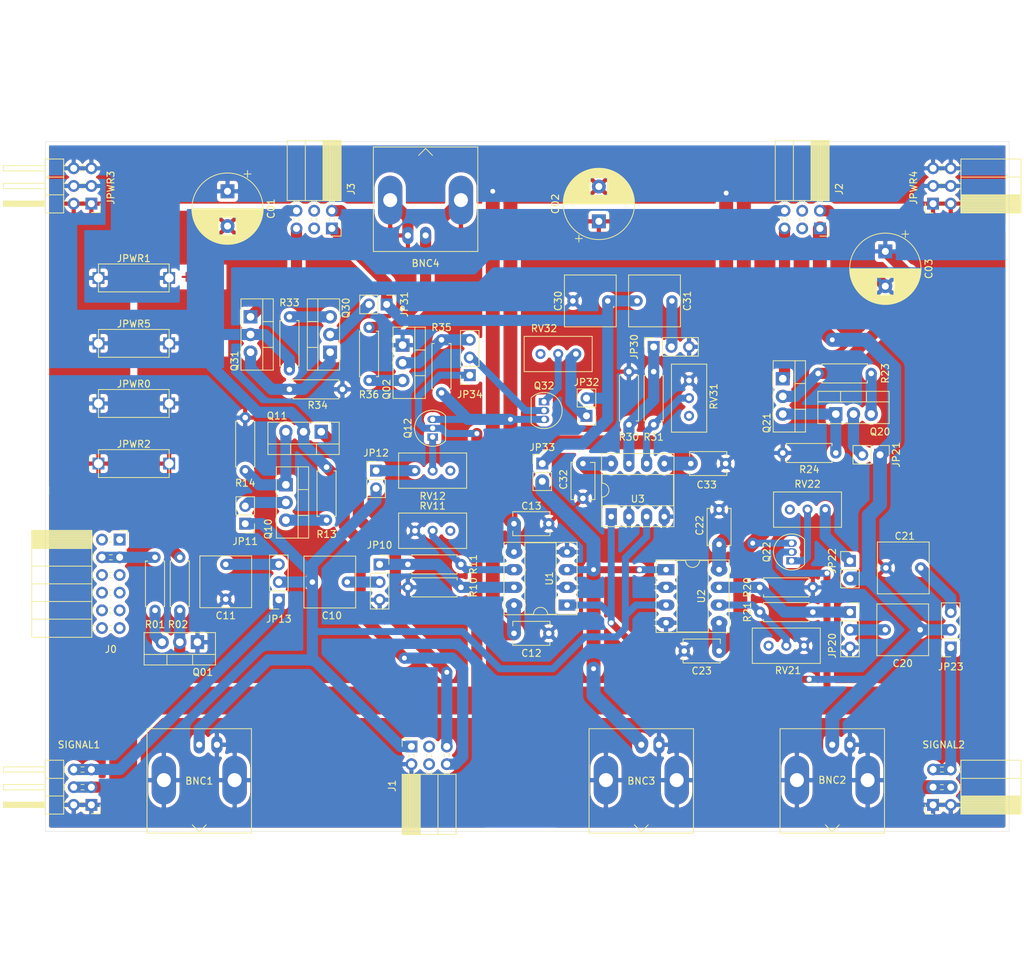
<source format=kicad_pcb>
(kicad_pcb (version 20171130) (host pcbnew 5.1.6)
  (layers (0 F.Cu signal) (31 B.Cu signal) (37 F.SilkS user) (38 B.Mask user) (39 F.Mask user) (44 Edge.Cuts user))
  (net 0 "")
  (net 1 "Net-(J1-Pad5)")
  (net 2 "Net-(J1-Pad4)")
  (net 3 "Net-(J1-Pad3)")
  (net 4 GND)
  (net 5 "Net-(BNC1-Pad1)")
  (net 6 +15V)
  (net 7 -15V)
  (net 8 "Net-(BNC2-Pad1)")
  (net 9 "Net-(BNC3-Pad1)")
  (net 10 "Net-(C11-Pad1)")
  (net 11 "Net-(C21-Pad1)")
  (net 12 "Net-(C30-Pad1)")
  (net 13 "Net-(J2-Pad5)")
  (net 14 "Net-(J2-Pad4)")
  (net 15 "Net-(J2-Pad3)")
  (net 16 "Net-(J3-Pad5)")
  (net 17 "Net-(J3-Pad4)")
  (net 18 "Net-(J3-Pad3)")
  (net 19 "Net-(Q10-Pad1)")
  (net 20 "Net-(Q12-Pad1)")
  (net 21 /init)
  (net 22 "Net-(Q20-Pad1)")
  (net 23 "Net-(Q22-Pad1)")
  (net 24 "Net-(Q30-Pad1)")
  (net 25 "Net-(Q32-Pad1)")
  (net 26 "Net-(R11-Pad2)")
  (net 27 "Net-(R21-Pad2)")
  (net 28 "Net-(R31-Pad2)")
  (net 29 "Net-(RV11-Pad3)")
  (net 30 "Net-(RV12-Pad3)")
  (net 31 "Net-(RV21-Pad3)")
  (net 32 "Net-(RV31-Pad3)")
  (net 33 "Net-(JP21-Pad2)")
  (net 34 "Net-(JP31-Pad2)")
  (net 35 "Net-(JP12-Pad1)")
  (net 36 "Net-(JP22-Pad1)")
  (net 37 "Net-(JP32-Pad1)")
  (net 38 "Net-(J0-Pad12)")
  (net 39 "Net-(J0-Pad11)")
  (net 40 "Net-(J0-Pad10)")
  (net 41 "Net-(J0-Pad9)")
  (net 42 "Net-(J0-Pad8)")
  (net 43 "Net-(J0-Pad7)")
  (net 44 "Net-(J0-Pad6)")
  (net 45 "Net-(J0-Pad5)")
  (net 46 "Net-(J0-Pad3)")
  (net 47 "Net-(J0-Pad2)")
  (net 48 "Net-(J0-Pad1)")
  (net 49 "Net-(JP13-Pad1)")
  (net 50 "Net-(JP23-Pad1)")
  (net 51 "Net-(JP10-Pad1)")
  (net 52 "Net-(JP20-Pad1)")
  (net 53 "Net-(JP30-Pad1)")
  (net 54 "Net-(Q01-Pad3)")
  (net 55 "Net-(Q10-Pad3)")
  (net 56 "Net-(Q20-Pad3)")
  (net 57 "Net-(Q30-Pad3)")
  (net 58 "Net-(BNC4-Pad1)")
  (net 59 Vdrive)
  (net 60 "Net-(C10-Pad2)")
  (net 61 "Net-(C20-Pad1)")
  (net 62 "Net-(C31-Pad2)")
  (net 63 "Net-(JP11-Pad2)")
  (net 64 "Net-(JP34-Pad3)")
  (net 65 "Net-(JP34-Pad2)")
  (net 66 "Net-(Q02-Pad3)")
  (net 67 "Net-(RV22-Pad3)")
  (net 68 "Net-(RV32-Pad3)")
  (module Capacitor_THT:C_Rect_L7.2mm_W7.2mm_P5.00mm_FKS2_FKP2_MKS2_MKP2 (layer F.Cu) (at 212.09 96.266 180)
    (fp_text reference C21 (at 2.286 4.572) (layer F.SilkS))
    (fp_text value 10nF)
    (pad 2 thru_hole circle (at 5 0 180) (size 1.6 1.6) (drill 0.8) (layers *.Cu *.Mask) (net 4 GND))
    (pad 1 thru_hole circle (at 0 0 180) (size 1.6 1.6) (drill 0.8) (layers *.Cu *.Mask) (net 11 "Net-(C21-Pad1)"))
  )
  (module Resistor_THT:R_Axial_DIN0207_L6.3mm_D2.5mm_P7.62mm_Horizontal (layer F.Cu) (at 132.842 61.722 270)
    (fp_text reference R36 (at 9.652 0 180) (layer F.SilkS))
    (fp_text value 100)
    (pad 2 thru_hole oval (at 7.62 0 270) (size 1.6 1.6) (drill 0.8) (layers *.Cu *.Mask) (net 66 "Net-(Q02-Pad3)"))
    (pad 1 thru_hole circle (at 0 0 270) (size 1.6 1.6) (drill 0.8) (layers *.Cu *.Mask) (net 58 "Net-(BNC4-Pad1)"))
  )
  (module Resistor_THT:R_Axial_DIN0207_L6.3mm_D2.5mm_P7.62mm_Horizontal (layer F.Cu) (at 105.664 102.362 90)
    (fp_text reference R02 (at -2.032 -0.254 180) (layer F.SilkS))
    (fp_text value 1k)
    (pad 2 thru_hole oval (at 7.62 0 90) (size 1.6 1.6) (drill 0.8) (layers *.Cu *.Mask) (net 7 -15V))
    (pad 1 thru_hole circle (at 0 0 90) (size 1.6 1.6) (drill 0.8) (layers *.Cu *.Mask) (net 21 /init))
  )
  (module Package_TO_SOT_THT:TO-220-3_Vertical (layer F.Cu) (at 137.668 64.262 270)
    (fp_text reference Q02 (at 6.35 2.286 90) (layer F.SilkS))
    (fp_text value MJE15035)
    (pad 3 thru_hole oval (at 5.08 0 270) (size 1.905 2) (drill 1.1) (layers *.Cu *.Mask) (net 66 "Net-(Q02-Pad3)"))
    (pad 2 thru_hole oval (at 2.54 0 270) (size 1.905 2) (drill 1.1) (layers *.Cu *.Mask) (net 64 "Net-(JP34-Pad3)"))
    (pad 1 thru_hole rect (at 0 0 270) (size 1.905 2) (drill 1.1) (layers *.Cu *.Mask) (net 4 GND))
  )
  (module "projet_footprints:Banana Mini Jack" (layer F.Cu) (at 93.98 64.008)
    (fp_text reference JPWR5 (at 5.08 -2.794) (layer F.SilkS))
    (fp_text value Conn_01x01_Female hide)
    (pad 2 connect circle (at 5.08 0) (size 3 3) (layers F.Cu F.Mask))
    (pad 1 thru_hole rect (at 10.16 0) (size 1.7 1.7) (drill 1.3) (layers *.Cu *.Mask) (net 59 Vdrive))
    (pad 1 thru_hole rect (at 0 0) (size 1.7 1.7) (drill 1.3) (layers *.Cu *.Mask) (net 59 Vdrive))
  )
  (module Connector_PinSocket_2.54mm:PinSocket_1x03_P2.54mm_Vertical (layer F.Cu) (at 147.32 68.58 180)
    (fp_text reference JP34 (at 0 -2.77) (layer F.SilkS))
    (fp_text value Jumper_3_Open hide)
    (pad 3 thru_hole oval (at 0 5.08 180) (size 1.7 1.7) (drill 1) (layers *.Cu *.Mask) (net 64 "Net-(JP34-Pad3)"))
    (pad 2 thru_hole oval (at 0 2.54 180) (size 1.7 1.7) (drill 1) (layers *.Cu *.Mask) (net 65 "Net-(JP34-Pad2)"))
    (pad 1 thru_hole rect (at 0 0 180) (size 1.7 1.7) (drill 1) (layers *.Cu *.Mask) (net 21 /init))
  )
  (module Capacitor_THT:CP_Radial_D10.0mm_P5.00mm (layer F.Cu) (at 207.01 50.8 270)
    (fp_text reference C03 (at 2.5 -6.25 90) (layer F.SilkS))
    (fp_text value 330uF)
    (pad 2 thru_hole circle (at 5 0 270) (size 2 2) (drill 1) (layers *.Cu *.Mask) (net 4 GND))
    (pad 1 thru_hole rect (at 0 0 270) (size 2 2) (drill 1) (layers *.Cu *.Mask) (net 59 Vdrive))
  )
  (module Connector_Coaxial:BNC_Amphenol_B6252HB-NPP3G-50_Horizontal (layer F.Cu) (at 140.97 48.514)
    (fp_text reference BNC4 (at 0 4) (layer F.SilkS))
    (fp_text value Conn_Coaxial hide)
    (pad 2 thru_hole oval (at -2.54 0) (size 1.6 2.5) (drill 0.89) (layers *.Cu *.Mask) (net 4 GND))
    (pad 1 thru_hole oval (at 0 0) (size 1.6 2.5) (drill 0.89) (layers *.Cu *.Mask) (net 58 "Net-(BNC4-Pad1)"))
    (pad 2 thru_hole oval (at 5.08 -5.08) (size 3.5 7) (drill 2.01) (layers *.Cu *.Mask) (net 4 GND))
    (pad 2 thru_hole oval (at -5.08 -5.08) (size 3.5 7) (drill 2.01) (layers *.Cu *.Mask) (net 4 GND))
  )
  (module Resistor_THT:R_Axial_DIN0207_L6.3mm_D2.5mm_P7.62mm_Horizontal (layer F.Cu) (at 115.062 82.296 90)
    (fp_text reference R14 (at -1.778 0 180) (layer F.SilkS))
    (fp_text value 1k)
    (pad 2 thru_hole oval (at 7.62 0 90) (size 1.6 1.6) (drill 0.8) (layers *.Cu *.Mask) (net 4 GND))
    (pad 1 thru_hole circle (at 0 0 90) (size 1.6 1.6) (drill 0.8) (layers *.Cu *.Mask) (net 19 "Net-(Q10-Pad1)"))
  )
  (module "projet_footprints:Banana Mini Jack" (layer F.Cu) (at 93.98 72.644)
    (fp_text reference JPWR0 (at 5.08 -2.794) (layer F.SilkS))
    (fp_text value Conn_01x01_Female hide)
    (pad 2 connect circle (at 5.08 0) (size 3 3) (layers F.Cu F.Mask))
    (pad 1 thru_hole rect (at 10.16 0) (size 1.7 1.7) (drill 1.3) (layers *.Cu *.Mask) (net 4 GND))
    (pad 1 thru_hole rect (at 0 0) (size 1.7 1.7) (drill 1.3) (layers *.Cu *.Mask) (net 4 GND))
  )
  (module "projet_footprints:Banana Mini Jack" (layer F.Cu) (at 93.98 81.28)
    (fp_text reference JPWR2 (at 5.08 -2.794) (layer F.SilkS))
    (fp_text value Conn_01x01_Female hide)
    (pad 2 connect circle (at 5.08 0) (size 3 3) (layers F.Cu F.Mask))
    (pad 1 thru_hole rect (at 10.16 0) (size 1.7 1.7) (drill 1.3) (layers *.Cu *.Mask) (net 7 -15V))
    (pad 1 thru_hole rect (at 0 0) (size 1.7 1.7) (drill 1.3) (layers *.Cu *.Mask) (net 7 -15V))
  )
  (module "projet_footprints:Banana Mini Jack" (layer F.Cu) (at 93.98 54.61)
    (fp_text reference JPWR1 (at 5.08 -2.794) (layer F.SilkS))
    (fp_text value Conn_01x01_Female hide)
    (pad 2 connect circle (at 5.08 0) (size 3 3) (layers F.Cu F.Mask))
    (pad 1 thru_hole rect (at 10.16 0) (size 1.7 1.7) (drill 1.3) (layers *.Cu *.Mask) (net 6 +15V))
    (pad 1 thru_hole rect (at 0 0) (size 1.7 1.7) (drill 1.3) (layers *.Cu *.Mask) (net 6 +15V))
  )
  (module Connector_PinSocket_2.54mm:PinSocket_1x03_P2.54mm_Vertical (layer F.Cu) (at 173.736 64.516 90)
    (fp_text reference JP30 (at 0 -2.794 270) (layer F.SilkS))
    (fp_text value Jumper_3_Open hide)
    (pad 3 thru_hole oval (at 0 5.08 90) (size 1.7 1.7) (drill 1) (layers *.Cu *.Mask) (net 4 GND))
    (pad 2 thru_hole oval (at 0 2.54 90) (size 1.7 1.7) (drill 1) (layers *.Cu *.Mask) (net 62 "Net-(C31-Pad2)"))
    (pad 1 thru_hole rect (at 0 0 90) (size 1.7 1.7) (drill 1) (layers *.Cu *.Mask) (net 53 "Net-(JP30-Pad1)"))
  )
  (module Connector_PinSocket_2.54mm:PinSocket_1x03_P2.54mm_Vertical (layer F.Cu) (at 216.408 107.696 180)
    (fp_text reference JP23 (at 0 -2.77) (layer F.SilkS))
    (fp_text value Jumper_3_Open hide)
    (pad 3 thru_hole oval (at 0 5.08 180) (size 1.7 1.7) (drill 1) (layers *.Cu *.Mask) (net 11 "Net-(C21-Pad1)"))
    (pad 2 thru_hole oval (at 0 2.54 180) (size 1.7 1.7) (drill 1) (layers *.Cu *.Mask) (net 8 "Net-(BNC2-Pad1)"))
    (pad 1 thru_hole rect (at 0 0 180) (size 1.7 1.7) (drill 1) (layers *.Cu *.Mask) (net 50 "Net-(JP23-Pad1)"))
  )
  (module Connector_PinSocket_2.54mm:PinSocket_1x03_P2.54mm_Vertical (layer F.Cu) (at 134.366 95.758)
    (fp_text reference JP10 (at 0 -2.77) (layer F.SilkS))
    (fp_text value Jumper_3_Open hide)
    (pad 3 thru_hole oval (at 0 5.08) (size 1.7 1.7) (drill 1) (layers *.Cu *.Mask) (net 4 GND))
    (pad 2 thru_hole oval (at 0 2.54) (size 1.7 1.7) (drill 1) (layers *.Cu *.Mask) (net 60 "Net-(C10-Pad2)"))
    (pad 1 thru_hole rect (at 0 0) (size 1.7 1.7) (drill 1) (layers *.Cu *.Mask) (net 51 "Net-(JP10-Pad1)"))
  )
  (module Connector_PinSocket_2.54mm:PinSocket_1x03_P2.54mm_Vertical (layer F.Cu) (at 201.93 102.616)
    (fp_text reference JP20 (at -2.54 4.826 90) (layer F.SilkS))
    (fp_text value Jumper_3_Open hide)
    (pad 3 thru_hole oval (at 0 5.08) (size 1.7 1.7) (drill 1) (layers *.Cu *.Mask) (net 4 GND))
    (pad 2 thru_hole oval (at 0 2.54) (size 1.7 1.7) (drill 1) (layers *.Cu *.Mask) (net 61 "Net-(C20-Pad1)"))
    (pad 1 thru_hole rect (at 0 0) (size 1.7 1.7) (drill 1) (layers *.Cu *.Mask) (net 52 "Net-(JP20-Pad1)"))
  )
  (module Resistor_THT:R_Axial_DIN0207_L6.3mm_D2.5mm_P7.62mm_Horizontal (layer F.Cu) (at 102.108 94.742 270)
    (fp_text reference R01 (at 9.652 0 180) (layer F.SilkS))
    (fp_text value 470)
    (pad 2 thru_hole oval (at 7.62 0 270) (size 1.6 1.6) (drill 0.8) (layers *.Cu *.Mask) (net 54 "Net-(Q01-Pad3)"))
    (pad 1 thru_hole circle (at 0 0 270) (size 1.6 1.6) (drill 0.8) (layers *.Cu *.Mask) (net 46 "Net-(J0-Pad3)"))
  )
  (module Package_TO_SOT_THT:TO-220-3_Vertical (layer F.Cu) (at 108.204 106.934 180)
    (fp_text reference Q01 (at -0.762 -4.318) (layer F.SilkS))
    (fp_text value MJE15035)
    (pad 3 thru_hole oval (at 5.08 0 180) (size 1.905 2) (drill 1.1) (layers *.Cu *.Mask) (net 54 "Net-(Q01-Pad3)"))
    (pad 2 thru_hole oval (at 2.54 0 180) (size 1.905 2) (drill 1.1) (layers *.Cu *.Mask) (net 21 /init))
    (pad 1 thru_hole rect (at 0 0 180) (size 1.905 2) (drill 1.1) (layers *.Cu *.Mask) (net 4 GND))
  )
  (module Connector_PinSocket_2.54mm:PinSocket_2x06_P2.54mm_Horizontal (layer F.Cu) (at 97.028 92.202)
    (fp_text reference J0 (at -1.27 15.748) (layer F.SilkS))
    (fp_text value Conn_02x06_Counter_Clockwise hide)
    (pad 12 thru_hole oval (at -2.54 12.7) (size 1.7 1.7) (drill 1) (layers *.Cu *.Mask) (net 38 "Net-(J0-Pad12)"))
    (pad 11 thru_hole oval (at 0 12.7) (size 1.7 1.7) (drill 1) (layers *.Cu *.Mask) (net 39 "Net-(J0-Pad11)"))
    (pad 10 thru_hole oval (at -2.54 10.16) (size 1.7 1.7) (drill 1) (layers *.Cu *.Mask) (net 40 "Net-(J0-Pad10)"))
    (pad 9 thru_hole oval (at 0 10.16) (size 1.7 1.7) (drill 1) (layers *.Cu *.Mask) (net 41 "Net-(J0-Pad9)"))
    (pad 8 thru_hole oval (at -2.54 7.62) (size 1.7 1.7) (drill 1) (layers *.Cu *.Mask) (net 42 "Net-(J0-Pad8)"))
    (pad 7 thru_hole oval (at 0 7.62) (size 1.7 1.7) (drill 1) (layers *.Cu *.Mask) (net 43 "Net-(J0-Pad7)"))
    (pad 6 thru_hole oval (at -2.54 5.08) (size 1.7 1.7) (drill 1) (layers *.Cu *.Mask) (net 44 "Net-(J0-Pad6)"))
    (pad 5 thru_hole oval (at 0 5.08) (size 1.7 1.7) (drill 1) (layers *.Cu *.Mask) (net 45 "Net-(J0-Pad5)"))
    (pad 4 thru_hole oval (at -2.54 2.54) (size 1.7 1.7) (drill 1) (layers *.Cu *.Mask) (net 46 "Net-(J0-Pad3)"))
    (pad 3 thru_hole oval (at 0 2.54) (size 1.7 1.7) (drill 1) (layers *.Cu *.Mask) (net 46 "Net-(J0-Pad3)"))
    (pad 2 thru_hole oval (at -2.54 0) (size 1.7 1.7) (drill 1) (layers *.Cu *.Mask) (net 47 "Net-(J0-Pad2)"))
    (pad 1 thru_hole rect (at 0 0) (size 1.7 1.7) (drill 1) (layers *.Cu *.Mask) (net 48 "Net-(J0-Pad1)"))
  )
  (module Connector_PinHeader_2.54mm:PinHeader_2x03_P2.54mm_Horizontal (layer F.Cu) (at 92.964 130.302 180)
    (fp_text reference SIGNAL1 (at 1.778 8.636) (layer F.SilkS))
    (fp_text value Conn_02x03_Odd_Even hide)
    (pad 6 thru_hole oval (at 2.54 5.08 180) (size 1.7 1.7) (drill 1) (layers *.Cu *.Mask) (net 49 "Net-(JP13-Pad1)"))
    (pad 5 thru_hole oval (at 0 5.08 180) (size 1.7 1.7) (drill 1) (layers *.Cu *.Mask) (net 49 "Net-(JP13-Pad1)"))
    (pad 4 thru_hole oval (at 2.54 2.54 180) (size 1.7 1.7) (drill 1) (layers *.Cu *.Mask) (net 21 /init))
    (pad 3 thru_hole oval (at 0 2.54 180) (size 1.7 1.7) (drill 1) (layers *.Cu *.Mask) (net 21 /init))
    (pad 2 thru_hole oval (at 2.54 0 180) (size 1.7 1.7) (drill 1) (layers *.Cu *.Mask) (net 4 GND))
    (pad 1 thru_hole rect (at 0 0 180) (size 1.7 1.7) (drill 1) (layers *.Cu *.Mask) (net 4 GND))
  )
  (module Connector_PinHeader_2.54mm:PinHeader_2x03_P2.54mm_Horizontal (layer F.Cu) (at 92.964 43.942 180)
    (fp_text reference JPWR3 (at -2.794 2.286 90) (layer F.SilkS))
    (fp_text value Conn_02x03_Odd_Even hide)
    (pad 6 thru_hole oval (at 2.54 5.08 180) (size 1.7 1.7) (drill 1) (layers *.Cu *.Mask) (net 6 +15V))
    (pad 5 thru_hole oval (at 0 5.08 180) (size 1.7 1.7) (drill 1) (layers *.Cu *.Mask) (net 6 +15V))
    (pad 4 thru_hole oval (at 2.54 2.54 180) (size 1.7 1.7) (drill 1) (layers *.Cu *.Mask) (net 59 Vdrive))
    (pad 3 thru_hole oval (at 0 2.54 180) (size 1.7 1.7) (drill 1) (layers *.Cu *.Mask) (net 59 Vdrive))
    (pad 2 thru_hole oval (at 2.54 0 180) (size 1.7 1.7) (drill 1) (layers *.Cu *.Mask) (net 7 -15V))
    (pad 1 thru_hole rect (at 0 0 180) (size 1.7 1.7) (drill 1) (layers *.Cu *.Mask) (net 7 -15V))
  )
  (module Connector_PinHeader_2.54mm:PinHeader_1x02_P2.54mm_Vertical (layer F.Cu) (at 164.084 74.422 180)
    (fp_text reference JP32 (at 0 4.826) (layer F.SilkS))
    (fp_text value Jumper_NC_Small hide)
    (pad 2 thru_hole oval (at 0 2.54 180) (size 1.7 1.7) (drill 1) (layers *.Cu *.Mask) (net 12 "Net-(C30-Pad1)"))
    (pad 1 thru_hole rect (at 0 0 180) (size 1.7 1.7) (drill 1) (layers *.Cu *.Mask) (net 37 "Net-(JP32-Pad1)"))
  )
  (module Connector_PinHeader_2.54mm:PinHeader_1x02_P2.54mm_Vertical (layer F.Cu) (at 201.93 95.25)
    (fp_text reference JP22 (at -2.54 0 90) (layer F.SilkS))
    (fp_text value Jumper_NC_Small hide)
    (pad 2 thru_hole oval (at 0 2.54) (size 1.7 1.7) (drill 1) (layers *.Cu *.Mask) (net 8 "Net-(BNC2-Pad1)"))
    (pad 1 thru_hole rect (at 0 0) (size 1.7 1.7) (drill 1) (layers *.Cu *.Mask) (net 36 "Net-(JP22-Pad1)"))
  )
  (module Connector_PinHeader_2.54mm:PinHeader_1x02_P2.54mm_Vertical (layer F.Cu) (at 133.858 82.296)
    (fp_text reference JP12 (at 0 -2.54) (layer F.SilkS))
    (fp_text value Jumper_NC_Small hide)
    (pad 2 thru_hole oval (at 0 2.54) (size 1.7 1.7) (drill 1) (layers *.Cu *.Mask) (net 5 "Net-(BNC1-Pad1)"))
    (pad 1 thru_hole rect (at 0 0) (size 1.7 1.7) (drill 1) (layers *.Cu *.Mask) (net 35 "Net-(JP12-Pad1)"))
  )
  (module Connector_PinSocket_2.54mm:PinSocket_1x03_P2.54mm_Vertical (layer F.Cu) (at 119.888 100.838 180)
    (fp_text reference JP13 (at 0 -2.77) (layer F.SilkS))
    (fp_text value Jumper_3_Open hide)
    (pad 3 thru_hole oval (at 0 5.08 180) (size 1.7 1.7) (drill 1) (layers *.Cu *.Mask) (net 10 "Net-(C11-Pad1)"))
    (pad 2 thru_hole oval (at 0 2.54 180) (size 1.7 1.7) (drill 1) (layers *.Cu *.Mask) (net 5 "Net-(BNC1-Pad1)"))
    (pad 1 thru_hole rect (at 0 0 180) (size 1.7 1.7) (drill 1) (layers *.Cu *.Mask) (net 49 "Net-(JP13-Pad1)"))
  )
  (module Connector_PinHeader_2.54mm:PinHeader_1x02_P2.54mm_Vertical (layer F.Cu) (at 135.382 58.42 270)
    (fp_text reference JP31 (at 0 -2.54 90) (layer F.SilkS))
    (fp_text value Jumper_NC_Small hide)
    (pad 2 thru_hole oval (at 0 2.54 270) (size 1.7 1.7) (drill 1) (layers *.Cu *.Mask) (net 34 "Net-(JP31-Pad2)"))
    (pad 1 thru_hole rect (at 0 0 270) (size 1.7 1.7) (drill 1) (layers *.Cu *.Mask) (net 12 "Net-(C30-Pad1)"))
  )
  (module Connector_PinHeader_2.54mm:PinHeader_1x02_P2.54mm_Vertical (layer F.Cu) (at 206.248 80.01 270)
    (fp_text reference JP21 (at 0 -2.33 90) (layer F.SilkS))
    (fp_text value Jumper_NC_Small hide)
    (pad 2 thru_hole oval (at 0 2.54 270) (size 1.7 1.7) (drill 1) (layers *.Cu *.Mask) (net 33 "Net-(JP21-Pad2)"))
    (pad 1 thru_hole rect (at 0 0 270) (size 1.7 1.7) (drill 1) (layers *.Cu *.Mask) (net 8 "Net-(BNC2-Pad1)"))
  )
  (module Connector_PinHeader_2.54mm:PinHeader_1x02_P2.54mm_Vertical (layer F.Cu) (at 115.062 89.916 180)
    (fp_text reference JP11 (at 0 -2.54) (layer F.SilkS))
    (fp_text value Jumper_NC_Small hide)
    (pad 2 thru_hole oval (at 0 2.54 180) (size 1.7 1.7) (drill 1) (layers *.Cu *.Mask) (net 63 "Net-(JP11-Pad2)"))
    (pad 1 thru_hole rect (at 0 0 180) (size 1.7 1.7) (drill 1) (layers *.Cu *.Mask) (net 5 "Net-(BNC1-Pad1)"))
  )
  (module Connector_PinSocket_2.54mm:PinSocket_2x03_P2.54mm_Horizontal (layer F.Cu) (at 213.868 130.302 180)
    (fp_text reference SIGNAL2 (at -1.524 8.636) (layer F.SilkS))
    (fp_text value Conn_02x03_Odd_Even hide)
    (pad 6 thru_hole oval (at -2.54 5.08 180) (size 1.7 1.7) (drill 1) (layers *.Cu *.Mask) (net 50 "Net-(JP23-Pad1)"))
    (pad 5 thru_hole oval (at 0 5.08 180) (size 1.7 1.7) (drill 1) (layers *.Cu *.Mask) (net 50 "Net-(JP23-Pad1)"))
    (pad 4 thru_hole oval (at -2.54 2.54 180) (size 1.7 1.7) (drill 1) (layers *.Cu *.Mask) (net 21 /init))
    (pad 3 thru_hole oval (at 0 2.54 180) (size 1.7 1.7) (drill 1) (layers *.Cu *.Mask) (net 21 /init))
    (pad 2 thru_hole oval (at -2.54 0 180) (size 1.7 1.7) (drill 1) (layers *.Cu *.Mask) (net 4 GND))
    (pad 1 thru_hole rect (at 0 0 180) (size 1.7 1.7) (drill 1) (layers *.Cu *.Mask) (net 4 GND))
  )
  (module Potentiometer_THT:Potentiometer_Bourns_3296W_Vertical (layer F.Cu) (at 162.56 65.532)
    (fp_text reference RV32 (at -4.572 -3.66) (layer F.SilkS))
    (fp_text value 2k)
    (pad 3 thru_hole circle (at -5.08 0) (size 1.44 1.44) (drill 0.8) (layers *.Cu *.Mask) (net 68 "Net-(RV32-Pad3)"))
    (pad 2 thru_hole circle (at -2.54 0) (size 1.44 1.44) (drill 0.8) (layers *.Cu *.Mask) (net 25 "Net-(Q32-Pad1)"))
    (pad 1 thru_hole circle (at 0 0) (size 1.44 1.44) (drill 0.8) (layers *.Cu *.Mask) (net 37 "Net-(JP32-Pad1)"))
  )
  (module Potentiometer_THT:Potentiometer_Bourns_3296W_Vertical (layer F.Cu) (at 178.816 69.342 90)
    (fp_text reference RV31 (at -2.286 3.556 90) (layer F.SilkS))
    (fp_text value 100k)
    (pad 3 thru_hole circle (at -5.08 0 90) (size 1.44 1.44) (drill 0.8) (layers *.Cu *.Mask) (net 32 "Net-(RV31-Pad3)"))
    (pad 2 thru_hole circle (at -2.54 0 90) (size 1.44 1.44) (drill 0.8) (layers *.Cu *.Mask) (net 28 "Net-(R31-Pad2)"))
    (pad 1 thru_hole circle (at 0 0 90) (size 1.44 1.44) (drill 0.8) (layers *.Cu *.Mask) (net 4 GND))
  )
  (module Potentiometer_THT:Potentiometer_Bourns_3296W_Vertical (layer F.Cu) (at 198.374 87.884)
    (fp_text reference RV22 (at -2.54 -3.66) (layer F.SilkS))
    (fp_text value 2k)
    (pad 3 thru_hole circle (at -5.08 0) (size 1.44 1.44) (drill 0.8) (layers *.Cu *.Mask) (net 67 "Net-(RV22-Pad3)"))
    (pad 2 thru_hole circle (at -2.54 0) (size 1.44 1.44) (drill 0.8) (layers *.Cu *.Mask) (net 23 "Net-(Q22-Pad1)"))
    (pad 1 thru_hole circle (at 0 0) (size 1.44 1.44) (drill 0.8) (layers *.Cu *.Mask) (net 36 "Net-(JP22-Pad1)"))
  )
  (module Potentiometer_THT:Potentiometer_Bourns_3296W_Vertical (layer F.Cu) (at 139.446 82.296 180)
    (fp_text reference RV12 (at -2.54 -3.66) (layer F.SilkS))
    (fp_text value 2k)
    (pad 3 thru_hole circle (at -5.08 0 180) (size 1.44 1.44) (drill 0.8) (layers *.Cu *.Mask) (net 30 "Net-(RV12-Pad3)"))
    (pad 2 thru_hole circle (at -2.54 0 180) (size 1.44 1.44) (drill 0.8) (layers *.Cu *.Mask) (net 20 "Net-(Q12-Pad1)"))
    (pad 1 thru_hole circle (at 0 0 180) (size 1.44 1.44) (drill 0.8) (layers *.Cu *.Mask) (net 35 "Net-(JP12-Pad1)"))
  )
  (module Resistor_THT:R_Axial_DIN0207_L6.3mm_D2.5mm_P7.62mm_Horizontal (layer F.Cu) (at 143.256 63.5 270)
    (fp_text reference R35 (at -1.778 0 180) (layer F.SilkS))
    (fp_text value 1k)
    (pad 2 thru_hole oval (at 7.62 0 270) (size 1.6 1.6) (drill 0.8) (layers *.Cu *.Mask) (net 7 -15V))
    (pad 1 thru_hole circle (at 0 0 270) (size 1.6 1.6) (drill 0.8) (layers *.Cu *.Mask) (net 64 "Net-(JP34-Pad3)"))
  )
  (module Resistor_THT:R_Axial_DIN0207_L6.3mm_D2.5mm_P7.62mm_Horizontal (layer F.Cu) (at 121.412 70.612)
    (fp_text reference R34 (at 4.064 2.286) (layer F.SilkS))
    (fp_text value 1k)
    (pad 1 thru_hole circle (at 0 0) (size 1.6 1.6) (drill 0.8) (layers *.Cu *.Mask) (net 24 "Net-(Q30-Pad1)"))
    (pad 2 thru_hole oval (at 7.62 0) (size 1.6 1.6) (drill 0.8) (layers *.Cu *.Mask) (net 4 GND))
  )
  (module Resistor_THT:R_Axial_DIN0207_L6.3mm_D2.5mm_P7.62mm_Horizontal (layer F.Cu) (at 121.412 67.818 90)
    (fp_text reference R33 (at 9.652 0 180) (layer F.SilkS))
    (fp_text value 10)
    (pad 2 thru_hole oval (at 7.62 0 90) (size 1.6 1.6) (drill 0.8) (layers *.Cu *.Mask) (net 57 "Net-(Q30-Pad3)"))
    (pad 1 thru_hole circle (at 0 0 90) (size 1.6 1.6) (drill 0.8) (layers *.Cu *.Mask) (net 59 Vdrive))
  )
  (module Resistor_THT:R_Axial_DIN0207_L6.3mm_D2.5mm_P7.62mm_Horizontal (layer F.Cu) (at 173.736 68.072 270)
    (fp_text reference R31 (at 9.398 0 180) (layer F.SilkS))
    (fp_text value 10k)
    (pad 2 thru_hole oval (at 7.62 0 270) (size 1.6 1.6) (drill 0.8) (layers *.Cu *.Mask) (net 28 "Net-(R31-Pad2)"))
    (pad 1 thru_hole circle (at 0 0 270) (size 1.6 1.6) (drill 0.8) (layers *.Cu *.Mask) (net 53 "Net-(JP30-Pad1)"))
  )
  (module Resistor_THT:R_Axial_DIN0207_L6.3mm_D2.5mm_P7.62mm_Horizontal (layer F.Cu) (at 170.18 75.692 90)
    (fp_text reference R30 (at -1.778 0 180) (layer F.SilkS))
    (fp_text value 100)
    (pad 2 thru_hole oval (at 7.62 0 90) (size 1.6 1.6) (drill 0.8) (layers *.Cu *.Mask) (net 4 GND))
    (pad 1 thru_hole circle (at 0 0 90) (size 1.6 1.6) (drill 0.8) (layers *.Cu *.Mask) (net 53 "Net-(JP30-Pad1)"))
  )
  (module Resistor_THT:R_Axial_DIN0207_L6.3mm_D2.5mm_P7.62mm_Horizontal (layer F.Cu) (at 199.898 79.756 180)
    (fp_text reference R24 (at 3.81 -2.37) (layer F.SilkS))
    (fp_text value 1k)
    (pad 2 thru_hole oval (at 7.62 0 180) (size 1.6 1.6) (drill 0.8) (layers *.Cu *.Mask) (net 4 GND))
    (pad 1 thru_hole circle (at 0 0 180) (size 1.6 1.6) (drill 0.8) (layers *.Cu *.Mask) (net 22 "Net-(Q20-Pad1)"))
  )
  (module Resistor_THT:R_Axial_DIN0207_L6.3mm_D2.5mm_P7.62mm_Horizontal (layer F.Cu) (at 197.358 68.326)
    (fp_text reference R23 (at 9.652 0 -90) (layer F.SilkS))
    (fp_text value 10)
    (pad 2 thru_hole oval (at 7.62 0) (size 1.6 1.6) (drill 0.8) (layers *.Cu *.Mask) (net 56 "Net-(Q20-Pad3)"))
    (pad 1 thru_hole circle (at 0 0) (size 1.6 1.6) (drill 0.8) (layers *.Cu *.Mask) (net 59 Vdrive))
  )
  (module Resistor_THT:R_Axial_DIN0207_L6.3mm_D2.5mm_P7.62mm_Horizontal (layer F.Cu) (at 188.976 99.06)
    (fp_text reference R20 (at -1.778 0 90) (layer F.SilkS))
    (fp_text value 100)
    (pad 2 thru_hole oval (at 7.62 0) (size 1.6 1.6) (drill 0.8) (layers *.Cu *.Mask) (net 4 GND))
    (pad 1 thru_hole circle (at 0 0) (size 1.6 1.6) (drill 0.8) (layers *.Cu *.Mask) (net 52 "Net-(JP20-Pad1)"))
  )
  (module Resistor_THT:R_Axial_DIN0207_L6.3mm_D2.5mm_P7.62mm_Horizontal (layer F.Cu) (at 146.05 99.06 180)
    (fp_text reference R10 (at -1.778 0 90) (layer F.SilkS))
    (fp_text value 100)
    (pad 2 thru_hole oval (at 7.62 0 180) (size 1.6 1.6) (drill 0.8) (layers *.Cu *.Mask) (net 4 GND))
    (pad 1 thru_hole circle (at 0 0 180) (size 1.6 1.6) (drill 0.8) (layers *.Cu *.Mask) (net 51 "Net-(JP10-Pad1)"))
  )
  (module Package_TO_SOT_THT:TO-92_Inline (layer F.Cu) (at 157.988 72.39 270)
    (fp_text reference Q32 (at -2.286 0 180) (layer F.SilkS))
    (fp_text value BS170)
    (pad 1 thru_hole rect (at 0 0 270) (size 1.05 1.5) (drill 0.75) (layers *.Cu *.Mask) (net 25 "Net-(Q32-Pad1)"))
    (pad 3 thru_hole oval (at 2.54 0 270) (size 1.05 1.5) (drill 0.75) (layers *.Cu *.Mask) (net 7 -15V))
    (pad 2 thru_hole oval (at 1.27 0 270) (size 1.05 1.5) (drill 0.75) (layers *.Cu *.Mask) (net 65 "Net-(JP34-Pad2)"))
  )
  (module Package_TO_SOT_THT:TO-220-3_Vertical (layer F.Cu) (at 115.824 60.198 270)
    (fp_text reference Q31 (at 6.35 2.286 90) (layer F.SilkS))
    (fp_text value MJE15034)
    (pad 3 thru_hole oval (at 5.08 0 270) (size 1.905 2) (drill 1.1) (layers *.Cu *.Mask) (net 24 "Net-(Q30-Pad1)"))
    (pad 2 thru_hole oval (at 2.54 0 270) (size 1.905 2) (drill 1.1) (layers *.Cu *.Mask) (net 59 Vdrive))
    (pad 1 thru_hole rect (at 0 0 270) (size 1.905 2) (drill 1.1) (layers *.Cu *.Mask) (net 16 "Net-(J3-Pad5)"))
  )
  (module Package_TO_SOT_THT:TO-220-3_Vertical (layer F.Cu) (at 127.254 65.278 90)
    (fp_text reference Q30 (at 6.35 2.286 90) (layer F.SilkS))
    (fp_text value MJE15035)
    (pad 3 thru_hole oval (at 5.08 0 90) (size 1.905 2) (drill 1.1) (layers *.Cu *.Mask) (net 57 "Net-(Q30-Pad3)"))
    (pad 2 thru_hole oval (at 2.54 0 90) (size 1.905 2) (drill 1.1) (layers *.Cu *.Mask) (net 34 "Net-(JP31-Pad2)"))
    (pad 1 thru_hole rect (at 0 0 90) (size 1.905 2) (drill 1.1) (layers *.Cu *.Mask) (net 24 "Net-(Q30-Pad1)"))
  )
  (module Package_TO_SOT_THT:TO-92_Inline (layer F.Cu) (at 193.548 95.25 90)
    (fp_text reference Q22 (at 1.27 -3.56 90) (layer F.SilkS))
    (fp_text value BS170)
    (pad 1 thru_hole rect (at 0 0 90) (size 1.05 1.5) (drill 0.75) (layers *.Cu *.Mask) (net 23 "Net-(Q22-Pad1)"))
    (pad 3 thru_hole oval (at 2.54 0 90) (size 1.05 1.5) (drill 0.75) (layers *.Cu *.Mask) (net 7 -15V))
    (pad 2 thru_hole oval (at 1.27 0 90) (size 1.05 1.5) (drill 0.75) (layers *.Cu *.Mask) (net 21 /init))
  )
  (module Package_TO_SOT_THT:TO-220-3_Vertical (layer F.Cu) (at 192.278 69.088 270)
    (fp_text reference Q21 (at 6.35 2.286 90) (layer F.SilkS))
    (fp_text value MJE15034)
    (pad 3 thru_hole oval (at 5.08 0 270) (size 1.905 2) (drill 1.1) (layers *.Cu *.Mask) (net 22 "Net-(Q20-Pad1)"))
    (pad 2 thru_hole oval (at 2.54 0 270) (size 1.905 2) (drill 1.1) (layers *.Cu *.Mask) (net 59 Vdrive))
    (pad 1 thru_hole rect (at 0 0 270) (size 1.905 2) (drill 1.1) (layers *.Cu *.Mask) (net 13 "Net-(J2-Pad5)"))
  )
  (module Package_TO_SOT_THT:TO-220-3_Vertical (layer F.Cu) (at 199.898 74.168)
    (fp_text reference Q20 (at 6.35 2.54) (layer F.SilkS))
    (fp_text value MJE15035)
    (pad 3 thru_hole oval (at 5.08 0) (size 1.905 2) (drill 1.1) (layers *.Cu *.Mask) (net 56 "Net-(Q20-Pad3)"))
    (pad 2 thru_hole oval (at 2.54 0) (size 1.905 2) (drill 1.1) (layers *.Cu *.Mask) (net 33 "Net-(JP21-Pad2)"))
    (pad 1 thru_hole rect (at 0 0) (size 1.905 2) (drill 1.1) (layers *.Cu *.Mask) (net 22 "Net-(Q20-Pad1)"))
  )
  (module Package_TO_SOT_THT:TO-92_Inline (layer F.Cu) (at 141.986 77.47 90)
    (fp_text reference Q12 (at 1.27 -3.56 90) (layer F.SilkS))
    (fp_text value BS170)
    (pad 1 thru_hole rect (at 0 0 90) (size 1.05 1.5) (drill 0.75) (layers *.Cu *.Mask) (net 20 "Net-(Q12-Pad1)"))
    (pad 3 thru_hole oval (at 2.54 0 90) (size 1.05 1.5) (drill 0.75) (layers *.Cu *.Mask) (net 7 -15V))
    (pad 2 thru_hole oval (at 1.27 0 90) (size 1.05 1.5) (drill 0.75) (layers *.Cu *.Mask) (net 21 /init))
  )
  (module Connector_PinSocket_2.54mm:PinSocket_2x03_P2.54mm_Horizontal (layer F.Cu) (at 213.868 43.942 180)
    (fp_text reference JPWR4 (at 2.794 2.286 90) (layer F.SilkS))
    (fp_text value Conn_02x03_Odd_Even hide)
    (pad 6 thru_hole oval (at -2.54 5.08 180) (size 1.7 1.7) (drill 1) (layers *.Cu *.Mask) (net 6 +15V))
    (pad 5 thru_hole oval (at 0 5.08 180) (size 1.7 1.7) (drill 1) (layers *.Cu *.Mask) (net 6 +15V))
    (pad 4 thru_hole oval (at -2.54 2.54 180) (size 1.7 1.7) (drill 1) (layers *.Cu *.Mask) (net 59 Vdrive))
    (pad 3 thru_hole oval (at 0 2.54 180) (size 1.7 1.7) (drill 1) (layers *.Cu *.Mask) (net 59 Vdrive))
    (pad 2 thru_hole oval (at -2.54 0 180) (size 1.7 1.7) (drill 1) (layers *.Cu *.Mask) (net 7 -15V))
    (pad 1 thru_hole rect (at 0 0 180) (size 1.7 1.7) (drill 1) (layers *.Cu *.Mask) (net 7 -15V))
  )
  (module Connector_PinHeader_2.54mm:PinHeader_1x02_P2.54mm_Vertical (layer F.Cu) (at 157.734 81.28)
    (fp_text reference JP33 (at 0 -2.33) (layer F.SilkS))
    (fp_text value Jumper_NC_Small hide)
    (pad 2 thru_hole oval (at 0 2.54) (size 1.7 1.7) (drill 1) (layers *.Cu *.Mask) (net 9 "Net-(BNC3-Pad1)"))
    (pad 1 thru_hole rect (at 0 0) (size 1.7 1.7) (drill 1) (layers *.Cu *.Mask) (net 12 "Net-(C30-Pad1)"))
  )
  (module Connector_PinSocket_2.54mm:PinSocket_2x03_P2.54mm_Horizontal (layer F.Cu) (at 127.508 47.498 270)
    (fp_text reference J3 (at -5.65 -2.77 90) (layer F.SilkS))
    (fp_text value Conn_02x03_Odd_Even hide)
    (pad 6 thru_hole oval (at -2.54 5.08 270) (size 1.7 1.7) (drill 1) (layers *.Cu *.Mask) (net 59 Vdrive))
    (pad 5 thru_hole oval (at 0 5.08 270) (size 1.7 1.7) (drill 1) (layers *.Cu *.Mask) (net 16 "Net-(J3-Pad5)"))
    (pad 4 thru_hole oval (at -2.54 2.54 270) (size 1.7 1.7) (drill 1) (layers *.Cu *.Mask) (net 17 "Net-(J3-Pad4)"))
    (pad 3 thru_hole oval (at 0 2.54 270) (size 1.7 1.7) (drill 1) (layers *.Cu *.Mask) (net 18 "Net-(J3-Pad3)"))
    (pad 2 thru_hole oval (at -2.54 0 270) (size 1.7 1.7) (drill 1) (layers *.Cu *.Mask) (net 4 GND))
    (pad 1 thru_hole rect (at 0 0 270) (size 1.7 1.7) (drill 1) (layers *.Cu *.Mask) (net 12 "Net-(C30-Pad1)"))
  )
  (module Connector_PinSocket_2.54mm:PinSocket_2x03_P2.54mm_Horizontal (layer F.Cu) (at 197.612 47.498 270)
    (fp_text reference J2 (at -5.65 -2.77 90) (layer F.SilkS))
    (fp_text value Conn_02x03_Odd_Even hide)
    (pad 6 thru_hole oval (at -2.54 5.08 270) (size 1.7 1.7) (drill 1) (layers *.Cu *.Mask) (net 59 Vdrive))
    (pad 5 thru_hole oval (at 0 5.08 270) (size 1.7 1.7) (drill 1) (layers *.Cu *.Mask) (net 13 "Net-(J2-Pad5)"))
    (pad 4 thru_hole oval (at -2.54 2.54 270) (size 1.7 1.7) (drill 1) (layers *.Cu *.Mask) (net 14 "Net-(J2-Pad4)"))
    (pad 3 thru_hole oval (at 0 2.54 270) (size 1.7 1.7) (drill 1) (layers *.Cu *.Mask) (net 15 "Net-(J2-Pad3)"))
    (pad 2 thru_hole oval (at -2.54 0 270) (size 1.7 1.7) (drill 1) (layers *.Cu *.Mask) (net 4 GND))
    (pad 1 thru_hole rect (at 0 0 270) (size 1.7 1.7) (drill 1) (layers *.Cu *.Mask) (net 8 "Net-(BNC2-Pad1)"))
  )
  (module Capacitor_THT:C_Disc_D5.1mm_W3.2mm_P5.00mm (layer F.Cu) (at 179.07 81.28)
    (fp_text reference C33 (at 2.286 3.048) (layer F.SilkS))
    (fp_text value 0,1uF)
    (pad 2 thru_hole circle (at 5 0) (size 1.6 1.6) (drill 0.8) (layers *.Cu *.Mask) (net 4 GND))
    (pad 1 thru_hole circle (at 0 0) (size 1.6 1.6) (drill 0.8) (layers *.Cu *.Mask) (net 7 -15V))
  )
  (module Capacitor_THT:C_Disc_D5.1mm_W3.2mm_P5.00mm (layer F.Cu) (at 163.576 81.28 270)
    (fp_text reference C32 (at 2.286 2.794 90) (layer F.SilkS))
    (fp_text value 0,1uF)
    (pad 2 thru_hole circle (at 5 0 270) (size 1.6 1.6) (drill 0.8) (layers *.Cu *.Mask) (net 4 GND))
    (pad 1 thru_hole circle (at 0 0 270) (size 1.6 1.6) (drill 0.8) (layers *.Cu *.Mask) (net 6 +15V))
  )
  (module Capacitor_THT:C_Rect_L7.2mm_W7.2mm_P5.00mm_FKS2_FKP2_MKS2_MKP2 (layer F.Cu) (at 171.356 57.912)
    (fp_text reference C31 (at 7.206 0 90) (layer F.SilkS))
    (fp_text value 10nF)
    (pad 2 thru_hole circle (at 5 0) (size 1.6 1.6) (drill 0.8) (layers *.Cu *.Mask) (net 62 "Net-(C31-Pad2)"))
    (pad 1 thru_hole circle (at 0 0) (size 1.6 1.6) (drill 0.8) (layers *.Cu *.Mask) (net 12 "Net-(C30-Pad1)"))
  )
  (module Capacitor_THT:C_Rect_L7.2mm_W7.2mm_P5.00mm_FKS2_FKP2_MKS2_MKP2 (layer F.Cu) (at 167.132 57.912 180)
    (fp_text reference C30 (at 7.112 0 90) (layer F.SilkS))
    (fp_text value 10nF)
    (pad 2 thru_hole circle (at 5 0 180) (size 1.6 1.6) (drill 0.8) (layers *.Cu *.Mask) (net 4 GND))
    (pad 1 thru_hole circle (at 0 0 180) (size 1.6 1.6) (drill 0.8) (layers *.Cu *.Mask) (net 12 "Net-(C30-Pad1)"))
  )
  (module Capacitor_THT:C_Disc_D5.1mm_W3.2mm_P5.00mm (layer F.Cu) (at 183.134 108.204 180)
    (fp_text reference C23 (at 2.5 -2.85) (layer F.SilkS))
    (fp_text value 0,1uF)
    (pad 2 thru_hole circle (at 5 0 180) (size 1.6 1.6) (drill 0.8) (layers *.Cu *.Mask) (net 4 GND))
    (pad 1 thru_hole circle (at 0 0 180) (size 1.6 1.6) (drill 0.8) (layers *.Cu *.Mask) (net 7 -15V))
  )
  (module Capacitor_THT:C_Disc_D5.1mm_W3.2mm_P5.00mm (layer F.Cu) (at 183.134 87.884 270)
    (fp_text reference C22 (at 2.286 2.794 90) (layer F.SilkS))
    (fp_text value 0,1uF)
    (pad 2 thru_hole circle (at 5 0 270) (size 1.6 1.6) (drill 0.8) (layers *.Cu *.Mask) (net 6 +15V))
    (pad 1 thru_hole circle (at 0 0 270) (size 1.6 1.6) (drill 0.8) (layers *.Cu *.Mask) (net 4 GND))
  )
  (module Capacitor_THT:C_Rect_L7.2mm_W7.2mm_P5.00mm_FKS2_FKP2_MKS2_MKP2 (layer F.Cu) (at 207.01 105.156)
    (fp_text reference C20 (at 2.5 4.826) (layer F.SilkS))
    (fp_text value 10nF)
    (pad 2 thru_hole circle (at 5 0) (size 1.6 1.6) (drill 0.8) (layers *.Cu *.Mask) (net 8 "Net-(BNC2-Pad1)"))
    (pad 1 thru_hole circle (at 0 0) (size 1.6 1.6) (drill 0.8) (layers *.Cu *.Mask) (net 61 "Net-(C20-Pad1)"))
  )
  (module Capacitor_THT:C_Disc_D5.1mm_W3.2mm_P5.00mm (layer F.Cu) (at 153.67 89.916)
    (fp_text reference C13 (at 2.5 -2.54) (layer F.SilkS))
    (fp_text value 0,1uF)
    (pad 2 thru_hole circle (at 5 0) (size 1.6 1.6) (drill 0.8) (layers *.Cu *.Mask) (net 4 GND))
    (pad 1 thru_hole circle (at 0 0) (size 1.6 1.6) (drill 0.8) (layers *.Cu *.Mask) (net 7 -15V))
  )
  (module Capacitor_THT:C_Disc_D5.1mm_W3.2mm_P5.00mm (layer F.Cu) (at 158.67 105.664 180)
    (fp_text reference C12 (at 2.5 -2.85) (layer F.SilkS))
    (fp_text value 0,1uF)
    (pad 2 thru_hole circle (at 5 0 180) (size 1.6 1.6) (drill 0.8) (layers *.Cu *.Mask) (net 6 +15V))
    (pad 1 thru_hole circle (at 0 0 180) (size 1.6 1.6) (drill 0.8) (layers *.Cu *.Mask) (net 4 GND))
  )
  (module Capacitor_THT:CP_Radial_D10.0mm_P5.00mm (layer F.Cu) (at 165.862 46.482 90)
    (fp_text reference C02 (at 2.5 -6.25 90) (layer F.SilkS))
    (fp_text value 330uF)
    (pad 2 thru_hole circle (at 5 0 90) (size 2 2) (drill 1) (layers *.Cu *.Mask) (net 7 -15V))
    (pad 1 thru_hole rect (at 0 0 90) (size 2 2) (drill 1) (layers *.Cu *.Mask) (net 4 GND))
  )
  (module Capacitor_THT:CP_Radial_D10.0mm_P5.00mm (layer F.Cu) (at 112.522 42.164 270)
    (fp_text reference C01 (at 2.5 -6.25 90) (layer F.SilkS))
    (fp_text value 330uF)
    (pad 2 thru_hole circle (at 5 0 270) (size 2 2) (drill 1) (layers *.Cu *.Mask) (net 4 GND))
    (pad 1 thru_hole rect (at 0 0 270) (size 2 2) (drill 1) (layers *.Cu *.Mask) (net 6 +15V))
  )
  (module Connector_Coaxial:BNC_Amphenol_B6252HB-NPP3G-50_Horizontal (layer F.Cu) (at 171.958 121.666 180)
    (fp_text reference BNC3 (at 0 -5.207) (layer F.SilkS))
    (fp_text value Conn_Coaxial hide)
    (pad 2 thru_hole oval (at -2.54 0 180) (size 1.6 2.5) (drill 0.89) (layers *.Cu *.Mask) (net 4 GND))
    (pad 1 thru_hole oval (at 0 0 180) (size 1.6 2.5) (drill 0.89) (layers *.Cu *.Mask) (net 9 "Net-(BNC3-Pad1)"))
    (pad 2 thru_hole oval (at 5.08 -5.08 180) (size 3.5 7) (drill 2.01) (layers *.Cu *.Mask) (net 4 GND))
    (pad 2 thru_hole oval (at -5.08 -5.08 180) (size 3.5 7) (drill 2.01) (layers *.Cu *.Mask) (net 4 GND))
  )
  (module Potentiometer_THT:Potentiometer_Bourns_3296W_Vertical (layer F.Cu) (at 195.326 107.442)
    (fp_text reference RV21 (at -2.286 3.556 180) (layer F.SilkS))
    (fp_text value 100k)
    (pad 3 thru_hole circle (at -5.08 0) (size 1.44 1.44) (drill 0.8) (layers *.Cu *.Mask) (net 31 "Net-(RV21-Pad3)"))
    (pad 2 thru_hole circle (at -2.54 0) (size 1.44 1.44) (drill 0.8) (layers *.Cu *.Mask) (net 27 "Net-(R21-Pad2)"))
    (pad 1 thru_hole circle (at 0 0) (size 1.44 1.44) (drill 0.8) (layers *.Cu *.Mask) (net 4 GND))
  )
  (module Potentiometer_THT:Potentiometer_Bourns_3296W_Vertical (layer F.Cu) (at 139.446 90.932 180)
    (fp_text reference RV11 (at -2.54 3.556) (layer F.SilkS))
    (fp_text value 100k)
    (pad 1 thru_hole circle (at 0 0 180) (size 1.44 1.44) (drill 0.8) (layers *.Cu *.Mask) (net 4 GND))
    (pad 2 thru_hole circle (at -2.54 0 180) (size 1.44 1.44) (drill 0.8) (layers *.Cu *.Mask) (net 26 "Net-(R11-Pad2)"))
    (pad 3 thru_hole circle (at -5.08 0 180) (size 1.44 1.44) (drill 0.8) (layers *.Cu *.Mask) (net 29 "Net-(RV11-Pad3)"))
  )
  (module Resistor_THT:R_Axial_DIN0207_L6.3mm_D2.5mm_P7.62mm_Horizontal (layer F.Cu) (at 196.596 102.616 180)
    (fp_text reference R21 (at 9.398 0 90) (layer F.SilkS))
    (fp_text value 10k)
    (pad 2 thru_hole oval (at 7.62 0 180) (size 1.6 1.6) (drill 0.8) (layers *.Cu *.Mask) (net 27 "Net-(R21-Pad2)"))
    (pad 1 thru_hole circle (at 0 0 180) (size 1.6 1.6) (drill 0.8) (layers *.Cu *.Mask) (net 52 "Net-(JP20-Pad1)"))
  )
  (module Resistor_THT:R_Axial_DIN0207_L6.3mm_D2.5mm_P7.62mm_Horizontal (layer F.Cu) (at 138.43 95.758)
    (fp_text reference R11 (at 9.398 0 90) (layer F.SilkS))
    (fp_text value 10k)
    (pad 2 thru_hole oval (at 7.62 0) (size 1.6 1.6) (drill 0.8) (layers *.Cu *.Mask) (net 26 "Net-(R11-Pad2)"))
    (pad 1 thru_hole circle (at 0 0) (size 1.6 1.6) (drill 0.8) (layers *.Cu *.Mask) (net 51 "Net-(JP10-Pad1)"))
  )
  (module Package_TO_SOT_THT:TO-220-3_Vertical (layer F.Cu) (at 125.984 76.708 180)
    (fp_text reference Q11 (at 6.35 2.286) (layer F.SilkS))
    (fp_text value MJE15034)
    (pad 3 thru_hole oval (at 5.08 0 180) (size 1.905 2) (drill 1.1) (layers *.Cu *.Mask) (net 19 "Net-(Q10-Pad1)"))
    (pad 2 thru_hole oval (at 2.54 0 180) (size 1.905 2) (drill 1.1) (layers *.Cu *.Mask) (net 59 Vdrive))
    (pad 1 thru_hole rect (at 0 0 180) (size 1.905 2) (drill 1.1) (layers *.Cu *.Mask) (net 1 "Net-(J1-Pad5)"))
  )
  (module Package_TO_SOT_THT:TO-220-3_Vertical (layer F.Cu) (at 120.904 84.328 270)
    (fp_text reference Q10 (at 6.35 2.54 90) (layer F.SilkS))
    (fp_text value MJE15035)
    (pad 3 thru_hole oval (at 5.08 0 270) (size 1.905 2) (drill 1.1) (layers *.Cu *.Mask) (net 55 "Net-(Q10-Pad3)"))
    (pad 2 thru_hole oval (at 2.54 0 270) (size 1.905 2) (drill 1.1) (layers *.Cu *.Mask) (net 63 "Net-(JP11-Pad2)"))
    (pad 1 thru_hole rect (at 0 0 270) (size 1.905 2) (drill 1.1) (layers *.Cu *.Mask) (net 19 "Net-(Q10-Pad1)"))
  )
  (module Connector_Coaxial:BNC_Amphenol_B6252HB-NPP3G-50_Horizontal (layer F.Cu) (at 199.39 121.666 180)
    (fp_text reference BNC2 (at 0 -5.08) (layer F.SilkS))
    (fp_text value Conn_Coaxial hide)
    (pad 2 thru_hole oval (at -2.54 0 180) (size 1.6 2.5) (drill 0.89) (layers *.Cu *.Mask) (net 4 GND))
    (pad 1 thru_hole oval (at 0 0 180) (size 1.6 2.5) (drill 0.89) (layers *.Cu *.Mask) (net 8 "Net-(BNC2-Pad1)"))
    (pad 2 thru_hole oval (at 5.08 -5.08 180) (size 3.5 7) (drill 2.01) (layers *.Cu *.Mask) (net 4 GND))
    (pad 2 thru_hole oval (at -5.08 -5.08 180) (size 3.5 7) (drill 2.01) (layers *.Cu *.Mask) (net 4 GND))
  )
  (module Capacitor_THT:C_Rect_L7.2mm_W7.2mm_P5.00mm_FKS2_FKP2_MKS2_MKP2 (layer F.Cu) (at 112.268 95.758 270)
    (fp_text reference C11 (at 7.366 0 180) (layer F.SilkS))
    (fp_text value 10nF)
    (pad 1 thru_hole circle (at 0 0 270) (size 1.6 1.6) (drill 0.8) (layers *.Cu *.Mask) (net 10 "Net-(C11-Pad1)"))
    (pad 2 thru_hole circle (at 5 0 270) (size 1.6 1.6) (drill 0.8) (layers *.Cu *.Mask) (net 4 GND))
  )
  (module Capacitor_THT:C_Rect_L7.2mm_W7.2mm_P5.00mm_FKS2_FKP2_MKS2_MKP2 (layer F.Cu) (at 124.714 98.298)
    (fp_text reference C10 (at 2.794 4.826) (layer F.SilkS))
    (fp_text value 10nF)
    (pad 2 thru_hole circle (at 5 0) (size 1.6 1.6) (drill 0.8) (layers *.Cu *.Mask) (net 60 "Net-(C10-Pad2)"))
    (pad 1 thru_hole circle (at 0 0) (size 1.6 1.6) (drill 0.8) (layers *.Cu *.Mask) (net 5 "Net-(BNC1-Pad1)"))
  )
  (module Connector_Coaxial:BNC_Amphenol_B6252HB-NPP3G-50_Horizontal (layer F.Cu) (at 108.458 121.666 180)
    (fp_text reference BNC1 (at 0 -5.207) (layer F.SilkS))
    (fp_text value Conn_Coaxial hide)
    (pad 2 thru_hole oval (at -2.54 0 180) (size 1.6 2.5) (drill 0.89) (layers *.Cu *.Mask) (net 4 GND))
    (pad 1 thru_hole oval (at 0 0 180) (size 1.6 2.5) (drill 0.89) (layers *.Cu *.Mask) (net 5 "Net-(BNC1-Pad1)"))
    (pad 2 thru_hole oval (at 5.08 -5.08 180) (size 3.5 7) (drill 2.01) (layers *.Cu *.Mask) (net 4 GND))
    (pad 2 thru_hole oval (at -5.08 -5.08 180) (size 3.5 7) (drill 2.01) (layers *.Cu *.Mask) (net 4 GND))
  )
  (module Package_DIP:DIP-8_W7.62mm_Socket_LongPads (layer F.Cu) (at 167.64 88.9 90)
    (fp_text reference U3 (at 2.54 3.81 180) (layer F.SilkS))
    (fp_text value AD633JNZ)
    (pad 8 thru_hole oval (at 7.62 0 90) (size 2.4 1.6) (drill 0.8) (layers *.Cu *.Mask) (net 6 +15V))
    (pad 4 thru_hole oval (at 0 7.62 90) (size 2.4 1.6) (drill 0.8) (layers *.Cu *.Mask) (net 4 GND))
    (pad 7 thru_hole oval (at 7.62 2.54 90) (size 2.4 1.6) (drill 0.8) (layers *.Cu *.Mask) (net 53 "Net-(JP30-Pad1)"))
    (pad 3 thru_hole oval (at 0 5.08 90) (size 2.4 1.6) (drill 0.8) (layers *.Cu *.Mask) (net 5 "Net-(BNC1-Pad1)"))
    (pad 6 thru_hole oval (at 7.62 5.08 90) (size 2.4 1.6) (drill 0.8) (layers *.Cu *.Mask) (net 28 "Net-(R31-Pad2)"))
    (pad 2 thru_hole oval (at 0 2.54 90) (size 2.4 1.6) (drill 0.8) (layers *.Cu *.Mask) (net 4 GND))
    (pad 5 thru_hole oval (at 7.62 7.62 90) (size 2.4 1.6) (drill 0.8) (layers *.Cu *.Mask) (net 7 -15V))
    (pad 1 thru_hole rect (at 0 0 90) (size 2.4 1.6) (drill 0.8) (layers *.Cu *.Mask) (net 8 "Net-(BNC2-Pad1)"))
  )
  (module Package_DIP:DIP-8_W7.62mm_Socket_LongPads (layer F.Cu) (at 161.29 101.6 180)
    (fp_text reference U1 (at 2.54 3.81 90) (layer F.SilkS))
    (fp_text value AD633JNZ)
    (pad 8 thru_hole oval (at 7.62 0 180) (size 2.4 1.6) (drill 0.8) (layers *.Cu *.Mask) (net 6 +15V))
    (pad 4 thru_hole oval (at 0 7.62 180) (size 2.4 1.6) (drill 0.8) (layers *.Cu *.Mask) (net 4 GND))
    (pad 7 thru_hole oval (at 7.62 2.54 180) (size 2.4 1.6) (drill 0.8) (layers *.Cu *.Mask) (net 51 "Net-(JP10-Pad1)"))
    (pad 3 thru_hole oval (at 0 5.08 180) (size 2.4 1.6) (drill 0.8) (layers *.Cu *.Mask) (net 9 "Net-(BNC3-Pad1)"))
    (pad 6 thru_hole oval (at 7.62 5.08 180) (size 2.4 1.6) (drill 0.8) (layers *.Cu *.Mask) (net 26 "Net-(R11-Pad2)"))
    (pad 2 thru_hole oval (at 0 2.54 180) (size 2.4 1.6) (drill 0.8) (layers *.Cu *.Mask) (net 4 GND))
    (pad 5 thru_hole oval (at 7.62 7.62 180) (size 2.4 1.6) (drill 0.8) (layers *.Cu *.Mask) (net 7 -15V))
    (pad 1 thru_hole rect (at 0 0 180) (size 2.4 1.6) (drill 0.8) (layers *.Cu *.Mask) (net 8 "Net-(BNC2-Pad1)"))
  )
  (module Connector_PinSocket_2.54mm:PinSocket_2x03_P2.54mm_Horizontal (layer F.Cu) (at 138.938 121.92 90)
    (fp_text reference J1 (at -5.65 -2.77 90) (layer F.SilkS))
    (fp_text value Conn_02x03_Odd_Even hide)
    (pad 1 thru_hole rect (at 0 0 90) (size 1.7 1.7) (drill 1) (layers *.Cu *.Mask) (net 5 "Net-(BNC1-Pad1)"))
    (pad 2 thru_hole oval (at -2.54 0 90) (size 1.7 1.7) (drill 1) (layers *.Cu *.Mask) (net 4 GND))
    (pad 3 thru_hole oval (at 0 2.54 90) (size 1.7 1.7) (drill 1) (layers *.Cu *.Mask) (net 3 "Net-(J1-Pad3)"))
    (pad 4 thru_hole oval (at -2.54 2.54 90) (size 1.7 1.7) (drill 1) (layers *.Cu *.Mask) (net 2 "Net-(J1-Pad4)"))
    (pad 5 thru_hole oval (at 0 5.08 90) (size 1.7 1.7) (drill 1) (layers *.Cu *.Mask) (net 1 "Net-(J1-Pad5)"))
    (pad 6 thru_hole oval (at -2.54 5.08 90) (size 1.7 1.7) (drill 1) (layers *.Cu *.Mask) (net 59 Vdrive))
  )
  (module Resistor_THT:R_Axial_DIN0207_L6.3mm_D2.5mm_P7.62mm_Horizontal (layer F.Cu) (at 126.746 81.788 270)
    (fp_text reference R13 (at 9.652 0 180) (layer F.SilkS))
    (fp_text value 10)
    (pad 1 thru_hole circle (at 0 0 270) (size 1.6 1.6) (drill 0.8) (layers *.Cu *.Mask) (net 59 Vdrive))
    (pad 2 thru_hole oval (at 7.62 0 270) (size 1.6 1.6) (drill 0.8) (layers *.Cu *.Mask) (net 55 "Net-(Q10-Pad3)"))
  )
  (module Package_DIP:DIP-8_W7.62mm_Socket_LongPads (layer F.Cu) (at 175.514 96.52)
    (fp_text reference U2 (at 5.08 3.81 90) (layer F.SilkS))
    (fp_text value AD633JNZ)
    (pad 1 thru_hole rect (at 0 0) (size 2.4 1.6) (drill 0.8) (layers *.Cu *.Mask) (net 9 "Net-(BNC3-Pad1)"))
    (pad 5 thru_hole oval (at 7.62 7.62) (size 2.4 1.6) (drill 0.8) (layers *.Cu *.Mask) (net 7 -15V))
    (pad 2 thru_hole oval (at 0 2.54) (size 2.4 1.6) (drill 0.8) (layers *.Cu *.Mask) (net 4 GND))
    (pad 6 thru_hole oval (at 7.62 5.08) (size 2.4 1.6) (drill 0.8) (layers *.Cu *.Mask) (net 27 "Net-(R21-Pad2)"))
    (pad 3 thru_hole oval (at 0 5.08) (size 2.4 1.6) (drill 0.8) (layers *.Cu *.Mask) (net 5 "Net-(BNC1-Pad1)"))
    (pad 7 thru_hole oval (at 7.62 2.54) (size 2.4 1.6) (drill 0.8) (layers *.Cu *.Mask) (net 52 "Net-(JP20-Pad1)"))
    (pad 4 thru_hole oval (at 0 7.62) (size 2.4 1.6) (drill 0.8) (layers *.Cu *.Mask) (net 4 GND))
    (pad 8 thru_hole oval (at 7.62 0) (size 2.4 1.6) (drill 0.8) (layers *.Cu *.Mask) (net 6 +15V))
  )
  (gr_text "Rev 4.1" (at 154.686 131.318) (layer F.Cu) (effects (font (size 1.5 1.5) (thickness 0.3))))
  (gr_text Vamp (at 108.966 64.008) (layer F.Cu) (effects (font (size 1.5 1.5) (thickness 0.3))))
  (gr_text +15V (at 108.712 54.356) (layer F.Cu) (effects (font (size 1.5 1.5) (thickness 0.3))))
  (gr_text -15V (at 108.712 81.28) (layer F.Cu) (effects (font (size 1.5 1.5) (thickness 0.3))))
  (gr_line (start 224.79 35.052) (end 86.36 35.052) (layer Edge.Cuts) (width 0.05))
  (gr_line (start 224.79 134.112) (end 224.79 35.052) (layer Edge.Cuts) (width 0.05))
  (gr_line (start 86.36 134.112) (end 224.79 134.112) (layer Edge.Cuts) (width 0.05))
  (gr_line (start 86.36 35.052) (end 86.36 134.112) (layer Edge.Cuts) (width 0.05))
  (via (at 144.018 111.252) (size 1.6) (drill 0.7) (layers F.Cu B.Cu) (net 1))
  (segment (start 144.018 121.92) (end 144.018 111.252) (width 1.6) (layer B.Cu) (net 1))
  (segment (start 136.629999 103.863999) (end 144.018 111.252) (width 1.6) (layer F.Cu) (net 1))
  (segment (start 136.652 94.871998) (end 136.629999 94.893999) (width 1.6) (layer F.Cu) (net 1))
  (segment (start 136.652 94.488) (end 136.652 94.871998) (width 1.6) (layer F.Cu) (net 1))
  (segment (start 131.318 89.154) (end 136.652 94.488) (width 1.6) (layer F.Cu) (net 1))
  (segment (start 136.629999 94.893999) (end 136.629999 103.863999) (width 1.6) (layer F.Cu) (net 1))
  (segment (start 131.318 82.042) (end 131.318 89.154) (width 1.6) (layer F.Cu) (net 1))
  (segment (start 125.984 76.708) (end 131.318 82.042) (width 1.6) (layer F.Cu) (net 1))
  (segment (start 138.43 45.974) (end 135.89 43.434) (width 1.6) (layer F.Cu) (net 4))
  (segment (start 138.43 48.514) (end 138.43 45.974) (width 1.6) (layer F.Cu) (net 4))
  (segment (start 143.51 45.974) (end 146.05 43.434) (width 1.6) (layer F.Cu) (net 4))
  (segment (start 138.43 45.974) (end 143.51 45.974) (width 1.6) (layer F.Cu) (net 4))
  (segment (start 127.508 44.958) (end 128.778 44.958) (width 1.6) (layer F.Cu) (net 4))
  (segment (start 128.778 44.958) (end 130.302 46.482) (width 1.6) (layer F.Cu) (net 4))
  (segment (start 198.814081 44.958) (end 201.676 47.819919) (width 1.6) (layer F.Cu) (net 4))
  (segment (start 197.612 44.958) (end 198.814081 44.958) (width 1.6) (layer F.Cu) (net 4))
  (segment (start 201.676 50.466) (end 207.01 55.8) (width 1.6) (layer F.Cu) (net 4))
  (segment (start 201.676 47.819919) (end 201.676 50.466) (width 1.6) (layer F.Cu) (net 4))
  (segment (start 172.72 91.774002) (end 169.672 94.822002) (width 1) (layer B.Cu) (net 5))
  (segment (start 172.72 88.9) (end 172.72 91.774002) (width 1) (layer B.Cu) (net 5))
  (segment (start 171.196 101.6) (end 169.672 103.124) (width 1) (layer B.Cu) (net 5))
  (segment (start 175.514 101.6) (end 171.196 101.6) (width 1) (layer B.Cu) (net 5))
  (segment (start 169.672 94.822002) (end 169.672 103.124) (width 1) (layer B.Cu) (net 5))
  (segment (start 117.46337 89.916) (end 115.062 89.916) (width 1.6) (layer B.Cu) (net 5))
  (segment (start 124.714 97.16663) (end 117.46337 89.916) (width 1.6) (layer B.Cu) (net 5))
  (segment (start 124.714 98.298) (end 124.714 97.16663) (width 1.6) (layer B.Cu) (net 5))
  (segment (start 119.888 98.298) (end 124.714 98.298) (width 1.6) (layer B.Cu) (net 5))
  (segment (start 124.714 105.41) (end 124.714 109.526402) (width 1.6) (layer B.Cu) (net 5))
  (segment (start 124.714 98.298) (end 124.714 105.41) (width 1.6) (layer B.Cu) (net 5))
  (segment (start 137.414 121.92) (end 138.938 121.92) (width 1.6) (layer B.Cu) (net 5))
  (segment (start 125.020402 109.526402) (end 137.414 121.92) (width 1.6) (layer B.Cu) (net 5))
  (segment (start 124.714 109.526402) (end 125.020402 109.526402) (width 1.6) (layer B.Cu) (net 5))
  (segment (start 146.304 105.41) (end 124.714 105.41) (width 1) (layer B.Cu) (net 5))
  (segment (start 159.258 110.744) (end 151.638 110.744) (width 1) (layer B.Cu) (net 5))
  (segment (start 163.83 106.172) (end 159.258 110.744) (width 1) (layer B.Cu) (net 5))
  (segment (start 168.402 106.172) (end 163.83 106.172) (width 1) (layer B.Cu) (net 5))
  (segment (start 169.672 104.902) (end 168.402 106.172) (width 1) (layer B.Cu) (net 5))
  (segment (start 151.638 110.744) (end 146.304 105.41) (width 1) (layer B.Cu) (net 5))
  (segment (start 169.672 103.124) (end 169.672 104.902) (width 1) (layer B.Cu) (net 5))
  (segment (start 124.714 95.758) (end 124.714 98.298) (width 1.6) (layer B.Cu) (net 5))
  (segment (start 133.858 86.614) (end 124.714 95.758) (width 1.6) (layer B.Cu) (net 5))
  (segment (start 133.858 84.836) (end 133.858 86.614) (width 1.6) (layer B.Cu) (net 5))
  (segment (start 108.458 119.38) (end 108.458 121.666) (width 1.6) (layer B.Cu) (net 5))
  (segment (start 118.364 109.474) (end 108.458 119.38) (width 1.6) (layer B.Cu) (net 5))
  (segment (start 124.661598 109.474) (end 118.364 109.474) (width 1.6) (layer B.Cu) (net 5))
  (segment (start 124.714 109.526402) (end 124.661598 109.474) (width 1.6) (layer B.Cu) (net 5))
  (via (at 184.15 42.418) (size 1.6) (drill 0.7) (layers F.Cu B.Cu) (net 6))
  (segment (start 153.67 101.6) (end 153.67 105.664) (width 2) (layer B.Cu) (net 6))
  (segment (start 183.134 96.52) (end 183.134 92.884) (width 2) (layer B.Cu) (net 6))
  (segment (start 167.64 81.28) (end 163.576 81.28) (width 2) (layer B.Cu) (net 6))
  (segment (start 150.622 42.164) (end 150.622 42.164) (width 2) (layer F.Cu) (net 6))
  (via (at 150.622 42.164) (size 1.6) (drill 0.7) (layers F.Cu B.Cu) (net 6))
  (segment (start 183.214 92.884) (end 183.134 92.884) (width 2) (layer F.Cu) (net 6))
  (segment (start 186.944 82.804) (end 186.944 89.154) (width 2) (layer F.Cu) (net 6))
  (segment (start 184.404 85.344) (end 186.944 82.804) (width 2) (layer F.Cu) (net 6))
  (segment (start 186.944 89.154) (end 183.214 92.884) (width 2) (layer F.Cu) (net 6))
  (segment (start 167.64 85.344) (end 184.404 85.344) (width 2) (layer F.Cu) (net 6))
  (segment (start 163.576 81.28) (end 167.64 85.344) (width 2) (layer F.Cu) (net 6))
  (segment (start 150.622 103.632) (end 150.622 42.164) (width 2) (layer F.Cu) (net 6))
  (segment (start 152.654 105.664) (end 150.622 103.632) (width 2) (layer F.Cu) (net 6))
  (segment (start 153.67 105.664) (end 152.654 105.664) (width 2) (layer F.Cu) (net 6))
  (segment (start 184.15 75.438) (end 184.15 42.418) (width 2) (layer F.Cu) (net 6))
  (segment (start 186.944 78.232) (end 184.15 75.438) (width 2) (layer F.Cu) (net 6))
  (segment (start 186.944 82.804) (end 186.944 78.232) (width 2) (layer F.Cu) (net 6))
  (segment (start 175.26 81.28) (end 179.07 81.28) (width 2) (layer B.Cu) (net 7))
  (segment (start 183.134 104.14) (end 183.134 108.204) (width 2) (layer B.Cu) (net 7))
  (segment (start 153.67 89.916) (end 153.67 93.98) (width 2) (layer B.Cu) (net 7))
  (segment (start 176.022 78.232) (end 153.162 78.232) (width 2) (layer F.Cu) (net 7))
  (segment (start 179.07 81.28) (end 176.022 78.232) (width 2) (layer F.Cu) (net 7))
  (segment (start 153.162 74.93) (end 153.162 74.93) (width 1) (layer B.Cu) (net 7))
  (via (at 153.162 74.93) (size 1) (drill 0.7) (layers F.Cu B.Cu) (net 7))
  (segment (start 153.162 74.93) (end 157.988 74.93) (width 1) (layer B.Cu) (net 7))
  (segment (start 147.066 74.93) (end 143.256 71.12) (width 1.6) (layer B.Cu) (net 7))
  (segment (start 153.162 74.93) (end 147.066 74.93) (width 1.6) (layer B.Cu) (net 7))
  (segment (start 141.986 74.93) (end 147.066 74.93) (width 1) (layer B.Cu) (net 7))
  (segment (start 153.162 89.408) (end 153.162 42.164) (width 2) (layer F.Cu) (net 7))
  (segment (start 153.67 89.916) (end 153.162 89.408) (width 2) (layer F.Cu) (net 7))
  (segment (start 186.69 74.422) (end 186.69 42.418) (width 2) (layer F.Cu) (net 7))
  (segment (start 189.484 76.962) (end 186.69 74.422) (width 2) (layer F.Cu) (net 7))
  (segment (start 189.484 91.186) (end 189.484 76.962) (width 2) (layer F.Cu) (net 7))
  (segment (start 186.182 94.488) (end 189.484 91.186) (width 2) (layer F.Cu) (net 7))
  (segment (start 186.182 105.156) (end 186.182 94.488) (width 2) (layer F.Cu) (net 7))
  (segment (start 183.134 108.204) (end 186.182 105.156) (width 2) (layer F.Cu) (net 7))
  (segment (start 193.548 92.71) (end 187.96 92.71) (width 1) (layer B.Cu) (net 7))
  (segment (start 187.96 92.71) (end 187.96 92.71) (width 1) (layer B.Cu) (net 7))
  (via (at 187.96 92.71) (size 1.6) (drill 0.7) (layers F.Cu B.Cu) (net 7))
  (segment (start 102.108 91.186) (end 105.664 94.742) (width 1.6) (layer F.Cu) (net 7))
  (segment (start 102.108 83.566) (end 102.108 91.186) (width 1.6) (layer F.Cu) (net 7))
  (via (at 167.64 104.14) (size 1) (drill 0.7) (layers F.Cu B.Cu) (net 8))
  (segment (start 167.64 103.124) (end 167.64 88.9) (width 1) (layer B.Cu) (net 8))
  (segment (start 166.116 101.6) (end 167.64 103.124) (width 1) (layer B.Cu) (net 8))
  (segment (start 161.29 101.6) (end 166.116 101.6) (width 1) (layer B.Cu) (net 8))
  (segment (start 167.64 103.124) (end 167.64 104.14) (width 1) (layer B.Cu) (net 8))
  (segment (start 212.01 105.156) (end 216.408 105.156) (width 1.6) (layer B.Cu) (net 8))
  (segment (start 204.644 97.79) (end 201.93 97.79) (width 2) (layer B.Cu) (net 8))
  (segment (start 212.01 105.156) (end 204.644 97.79) (width 2) (layer B.Cu) (net 8))
  (via (at 196.088 112.268) (size 1) (drill 0.7) (layers F.Cu B.Cu) (net 8))
  (segment (start 199.39 117.776) (end 199.39 121.666) (width 2) (layer B.Cu) (net 8))
  (segment (start 206.248 80.01) (end 206.248 87.122) (width 2) (layer B.Cu) (net 8))
  (segment (start 204.644 88.726) (end 204.644 97.79) (width 2) (layer B.Cu) (net 8))
  (segment (start 206.248 87.122) (end 204.644 88.726) (width 2) (layer B.Cu) (net 8))
  (segment (start 175.768 112.268) (end 196.088 112.268) (width 1) (layer F.Cu) (net 8))
  (segment (start 167.64 104.14) (end 175.768 112.268) (width 1) (layer F.Cu) (net 8))
  (segment (start 204.724 112.268) (end 204.811 112.355) (width 1) (layer B.Cu) (net 8))
  (segment (start 204.811 112.355) (end 199.39 117.776) (width 2) (layer B.Cu) (net 8))
  (segment (start 196.088 112.268) (end 204.724 112.268) (width 1) (layer B.Cu) (net 8))
  (segment (start 212.01 105.156) (end 204.811 112.355) (width 2) (layer B.Cu) (net 8))
  (segment (start 197.612 47.498) (end 197.612 61.722) (width 2) (layer F.Cu) (net 8))
  (segment (start 197.612 61.722) (end 199.39 63.5) (width 2) (layer F.Cu) (net 8))
  (segment (start 208.28 77.978) (end 206.248 80.01) (width 2) (layer B.Cu) (net 8))
  (segment (start 208.28 67.564) (end 208.28 77.978) (width 2) (layer B.Cu) (net 8))
  (segment (start 204.216 63.5) (end 208.28 67.564) (width 2) (layer B.Cu) (net 8))
  (segment (start 199.39 63.5) (end 204.216 63.5) (width 2) (layer B.Cu) (net 8))
  (segment (start 199.39 63.5) (end 199.39 63.5) (width 1.6) (layer F.Cu) (net 8))
  (via (at 199.39 63.5) (size 1.6) (drill 0.7) (layers F.Cu B.Cu) (net 8))
  (via (at 165.1 110.744) (size 1) (drill 0.7) (layers F.Cu B.Cu) (net 9))
  (segment (start 161.29 96.52) (end 165.1 96.52) (width 1) (layer B.Cu) (net 9))
  (segment (start 165.1 110.744) (end 165.1 96.52) (width 2) (layer F.Cu) (net 9))
  (via (at 171.704 96.52) (size 1) (drill 0.7) (layers F.Cu B.Cu) (net 9))
  (segment (start 165.1 92.456) (end 157.734 85.09) (width 2) (layer B.Cu) (net 9))
  (segment (start 165.1 96.52) (end 165.1 92.456) (width 2) (layer B.Cu) (net 9))
  (segment (start 165.1 96.52) (end 171.704 96.52) (width 1) (layer F.Cu) (net 9))
  (via (at 165.1 96.52) (size 1) (drill 0.7) (layers F.Cu B.Cu) (net 9))
  (segment (start 175.514 96.52) (end 171.704 96.52) (width 1) (layer B.Cu) (net 9))
  (segment (start 157.734 85.09) (end 157.734 83.82) (width 2) (layer B.Cu) (net 9))
  (segment (start 171.958 121.412) (end 171.958 121.666) (width 2) (layer B.Cu) (net 9))
  (segment (start 165.1 114.554) (end 171.958 121.412) (width 2) (layer B.Cu) (net 9))
  (segment (start 165.1 110.744) (end 165.1 114.554) (width 2) (layer B.Cu) (net 9))
  (segment (start 112.268 95.758) (end 119.888 95.758) (width 1.6) (layer B.Cu) (net 10))
  (segment (start 216.408 100.584) (end 212.09 96.266) (width 1.6) (layer B.Cu) (net 11))
  (segment (start 216.408 102.616) (end 216.408 100.584) (width 1.6) (layer B.Cu) (net 11))
  (segment (start 167.132 74.874002) (end 163.520002 78.486) (width 1.6) (layer B.Cu) (net 12))
  (segment (start 160.528 78.486) (end 157.734 81.28) (width 1.6) (layer B.Cu) (net 12))
  (segment (start 163.520002 78.486) (end 160.528 78.486) (width 1.6) (layer B.Cu) (net 12))
  (segment (start 164.084 71.882) (end 166.878 71.882) (width 1.6) (layer B.Cu) (net 12))
  (segment (start 166.878 71.882) (end 167.132 71.628) (width 1.6) (layer B.Cu) (net 12))
  (segment (start 167.132 71.628) (end 167.132 74.874002) (width 1.6) (layer B.Cu) (net 12))
  (segment (start 167.132 60.452) (end 167.132 71.628) (width 1.6) (layer B.Cu) (net 12))
  (segment (start 167.132 57.912) (end 167.132 60.452) (width 1.6) (layer B.Cu) (net 12))
  (segment (start 167.132 57.912) (end 171.356 57.912) (width 1.6) (layer B.Cu) (net 12))
  (segment (start 135.382 55.372) (end 135.382 58.42) (width 1.6) (layer F.Cu) (net 12))
  (segment (start 127.508 47.498) (end 135.382 55.372) (width 1.6) (layer F.Cu) (net 12))
  (segment (start 166.878 60.706) (end 167.132 60.452) (width 1.6) (layer B.Cu) (net 12))
  (segment (start 137.668 60.706) (end 166.878 60.706) (width 1.6) (layer B.Cu) (net 12))
  (segment (start 135.382 58.42) (end 137.668 60.706) (width 1.6) (layer B.Cu) (net 12))
  (segment (start 192.532 68.834) (end 192.278 69.088) (width 1.6) (layer F.Cu) (net 13))
  (segment (start 192.532 47.498) (end 192.532 68.834) (width 1.6) (layer F.Cu) (net 13))
  (segment (start 122.428 53.594) (end 115.824 60.198) (width 1.6) (layer F.Cu) (net 16))
  (segment (start 122.428 47.498) (end 122.428 53.594) (width 1.6) (layer F.Cu) (net 16))
  (segment (start 120.904 84.328) (end 120.904 76.708) (width 1.6) (layer B.Cu) (net 19))
  (segment (start 117.094 84.328) (end 115.062 82.296) (width 1.6) (layer B.Cu) (net 19))
  (segment (start 120.904 84.328) (end 117.094 84.328) (width 1.6) (layer B.Cu) (net 19))
  (segment (start 141.986 77.47) (end 141.986 82.296) (width 1) (layer B.Cu) (net 20))
  (segment (start 213.868 127.762) (end 216.408 127.762) (width 2) (layer B.Cu) (net 21))
  (via (at 148.336 76.962) (size 1) (drill 0.7) (layers F.Cu B.Cu) (net 21))
  (segment (start 144.013002 76.962) (end 148.336 76.962) (width 1) (layer B.Cu) (net 21))
  (segment (start 143.251002 76.2) (end 144.013002 76.962) (width 1) (layer B.Cu) (net 21))
  (segment (start 141.986 76.2) (end 143.251002 76.2) (width 1) (layer B.Cu) (net 21))
  (segment (start 141.986 76.2) (end 140.716 76.2) (width 1) (layer B.Cu) (net 21))
  (segment (start 140.716 76.2) (end 139.954 75.438) (width 1) (layer B.Cu) (net 21))
  (segment (start 139.954 75.438) (end 139.954 71.628) (width 1) (layer B.Cu) (net 21))
  (segment (start 143.002 68.58) (end 147.32 68.58) (width 1) (layer B.Cu) (net 21))
  (segment (start 139.954 71.628) (end 143.002 68.58) (width 1) (layer B.Cu) (net 21))
  (segment (start 148.336 76.962) (end 148.336 115.316) (width 1.6) (layer F.Cu) (net 21))
  (segment (start 213.868 127.762) (end 210.058 127.762) (width 2) (layer F.Cu) (net 21))
  (segment (start 210.058 119.634) (end 210.058 127) (width 4) (layer F.Cu) (net 21))
  (segment (start 205.74 115.316) (end 210.058 119.634) (width 4) (layer F.Cu) (net 21))
  (segment (start 198.628 115.316) (end 205.74 115.316) (width 4) (layer F.Cu) (net 21))
  (segment (start 192.790998 97.028) (end 198.628 97.028) (width 1) (layer B.Cu) (net 21))
  (segment (start 191.77 96.007002) (end 192.790998 97.028) (width 1) (layer B.Cu) (net 21))
  (segment (start 191.77 94.492998) (end 191.77 96.007002) (width 1) (layer B.Cu) (net 21))
  (segment (start 192.282998 93.98) (end 191.77 94.492998) (width 1) (layer B.Cu) (net 21))
  (segment (start 193.548 93.98) (end 192.282998 93.98) (width 1) (layer B.Cu) (net 21))
  (segment (start 198.628 97.028) (end 198.628 97.028) (width 1) (layer B.Cu) (net 21))
  (via (at 198.628 97.028) (size 1) (drill 0.7) (layers F.Cu B.Cu) (net 21))
  (segment (start 198.628 97.028) (end 198.628 115.316) (width 1) (layer F.Cu) (net 21))
  (segment (start 105.664 102.362) (end 105.664 106.934) (width 1.6) (layer B.Cu) (net 21))
  (segment (start 106.426 115.316) (end 198.628 115.316) (width 4) (layer F.Cu) (net 21))
  (segment (start 105.664 114.554) (end 106.426 115.316) (width 1.6) (layer F.Cu) (net 21))
  (segment (start 105.664 106.934) (end 105.664 114.554) (width 1.6) (layer F.Cu) (net 21))
  (segment (start 90.424 127.762) (end 92.964 127.762) (width 1.6) (layer B.Cu) (net 21))
  (segment (start 92.964 127.762) (end 97.536 127.762) (width 1.6) (layer F.Cu) (net 21))
  (segment (start 97.536 119.888) (end 97.536 127.762) (width 4) (layer F.Cu) (net 21))
  (segment (start 102.108 115.316) (end 97.536 119.888) (width 4) (layer F.Cu) (net 21))
  (segment (start 106.426 115.316) (end 102.108 115.316) (width 4) (layer F.Cu) (net 21))
  (segment (start 192.278 74.168) (end 199.898 74.168) (width 1.6) (layer B.Cu) (net 22))
  (segment (start 199.898 74.168) (end 199.898 79.756) (width 1.6) (layer B.Cu) (net 22))
  (segment (start 195.834 94.714) (end 195.834 87.884) (width 1) (layer B.Cu) (net 23))
  (segment (start 195.298 95.25) (end 195.834 94.714) (width 1) (layer B.Cu) (net 23))
  (segment (start 193.548 95.25) (end 195.298 95.25) (width 1) (layer B.Cu) (net 23))
  (segment (start 121.412 70.612) (end 118.872 70.612) (width 1.6) (layer B.Cu) (net 24))
  (segment (start 115.824 67.564) (end 115.824 65.278) (width 1.6) (layer B.Cu) (net 24))
  (segment (start 118.872 70.612) (end 115.824 67.564) (width 1.6) (layer B.Cu) (net 24))
  (segment (start 121.412 70.612) (end 123.444 70.612) (width 1.6) (layer B.Cu) (net 24))
  (segment (start 127.254 66.802) (end 127.254 65.278) (width 1.6) (layer B.Cu) (net 24))
  (segment (start 123.444 70.612) (end 127.254 66.802) (width 1.6) (layer B.Cu) (net 24))
  (segment (start 160.02 70.358) (end 157.988 72.39) (width 1) (layer B.Cu) (net 25))
  (segment (start 160.02 65.532) (end 160.02 70.358) (width 1) (layer B.Cu) (net 25))
  (segment (start 146.812 96.52) (end 146.05 95.758) (width 1) (layer B.Cu) (net 26))
  (segment (start 153.67 96.52) (end 146.812 96.52) (width 1) (layer B.Cu) (net 26))
  (segment (start 141.986 91.694) (end 146.05 95.758) (width 1) (layer B.Cu) (net 26))
  (segment (start 141.986 90.932) (end 141.986 91.694) (width 1) (layer B.Cu) (net 26))
  (segment (start 187.96 101.6) (end 188.976 102.616) (width 1) (layer B.Cu) (net 27))
  (segment (start 183.134 101.6) (end 187.96 101.6) (width 1) (layer B.Cu) (net 27))
  (segment (start 192.786 106.426) (end 188.976 102.616) (width 1) (layer B.Cu) (net 27))
  (segment (start 192.786 107.442) (end 192.786 106.426) (width 1) (layer B.Cu) (net 27))
  (segment (start 172.72 76.708) (end 173.736 75.692) (width 1) (layer B.Cu) (net 28))
  (segment (start 172.72 81.28) (end 172.72 76.708) (width 1) (layer B.Cu) (net 28))
  (segment (start 177.546 71.882) (end 173.736 75.692) (width 1) (layer B.Cu) (net 28))
  (segment (start 178.816 71.882) (end 177.546 71.882) (width 1) (layer B.Cu) (net 28))
  (segment (start 202.438 78.74) (end 203.708 80.01) (width 1.6) (layer B.Cu) (net 33))
  (segment (start 202.438 74.168) (end 202.438 78.74) (width 1.6) (layer B.Cu) (net 33))
  (segment (start 128.524 62.738) (end 127.254 62.738) (width 1.6) (layer B.Cu) (net 34))
  (segment (start 132.842 58.42) (end 128.524 62.738) (width 1.6) (layer B.Cu) (net 34))
  (segment (start 139.446 82.296) (end 133.858 82.296) (width 1.6) (layer B.Cu) (net 35))
  (segment (start 198.374 91.694) (end 201.93 95.25) (width 1.6) (layer B.Cu) (net 36))
  (segment (start 198.374 87.884) (end 198.374 91.694) (width 1.6) (layer B.Cu) (net 36))
  (segment (start 161.840001 72.376003) (end 163.885998 74.422) (width 1.6) (layer B.Cu) (net 37))
  (segment (start 161.840001 66.251999) (end 161.840001 72.376003) (width 1.6) (layer B.Cu) (net 37))
  (segment (start 163.885998 74.422) (end 164.084 74.422) (width 1.6) (layer B.Cu) (net 37))
  (segment (start 162.56 65.532) (end 161.840001 66.251999) (width 1.6) (layer B.Cu) (net 37))
  (segment (start 94.488 94.742) (end 97.028 94.742) (width 1.6) (layer B.Cu) (net 46))
  (segment (start 97.028 94.742) (end 102.108 94.742) (width 1.6) (layer B.Cu) (net 46))
  (segment (start 119.888 102.362) (end 119.888 100.838) (width 1.6) (layer B.Cu) (net 49))
  (segment (start 97.028 125.222) (end 119.888 102.362) (width 1.6) (layer B.Cu) (net 49))
  (segment (start 90.424 125.222) (end 97.028 125.222) (width 1.6) (layer B.Cu) (net 49))
  (segment (start 216.408 107.696) (end 216.408 125.222) (width 1.6) (layer B.Cu) (net 50))
  (segment (start 213.868 125.222) (end 216.408 125.222) (width 1.6) (layer B.Cu) (net 50))
  (segment (start 153.67 99.06) (end 146.05 99.06) (width 1.6) (layer B.Cu) (net 51))
  (segment (start 138.43 95.758) (end 134.366 95.758) (width 1.6) (layer B.Cu) (net 51))
  (segment (start 142.748 95.758) (end 146.05 99.06) (width 1.6) (layer B.Cu) (net 51))
  (segment (start 138.43 95.758) (end 142.748 95.758) (width 1.6) (layer B.Cu) (net 51))
  (segment (start 183.134 99.06) (end 188.976 99.06) (width 1.6) (layer B.Cu) (net 52))
  (segment (start 192.532 102.616) (end 188.976 99.06) (width 1.6) (layer B.Cu) (net 52))
  (segment (start 196.596 102.616) (end 192.532 102.616) (width 1.6) (layer B.Cu) (net 52))
  (segment (start 196.596 102.616) (end 201.93 102.616) (width 1.6) (layer B.Cu) (net 52))
  (segment (start 170.18 81.28) (end 170.18 75.692) (width 1.6) (layer B.Cu) (net 53))
  (segment (start 173.736 64.516) (end 173.736 68.072) (width 1.6) (layer B.Cu) (net 53))
  (segment (start 173.736 72.136) (end 170.18 75.692) (width 1.6) (layer B.Cu) (net 53))
  (segment (start 173.736 68.072) (end 173.736 72.136) (width 1.6) (layer B.Cu) (net 53))
  (segment (start 102.108 105.918) (end 103.124 106.934) (width 1.6) (layer B.Cu) (net 54))
  (segment (start 102.108 102.362) (end 102.108 105.918) (width 1.6) (layer B.Cu) (net 54))
  (segment (start 120.904 89.408) (end 126.746 89.408) (width 1.6) (layer B.Cu) (net 55))
  (segment (start 204.978 74.168) (end 204.978 68.326) (width 1.6) (layer B.Cu) (net 56))
  (segment (start 127.254 60.198) (end 121.412 60.198) (width 1.6) (layer B.Cu) (net 57))
  (segment (start 136.455498 61.722) (end 132.842 61.722) (width 1.6) (layer F.Cu) (net 58))
  (segment (start 140.97 57.207498) (end 136.455498 61.722) (width 1.6) (layer F.Cu) (net 58))
  (segment (start 140.97 48.514) (end 140.97 57.207498) (width 1.6) (layer F.Cu) (net 58))
  (segment (start 123.444 78.486) (end 126.746 81.788) (width 1.6) (layer B.Cu) (net 59))
  (segment (start 123.444 76.708) (end 123.444 78.486) (width 1.6) (layer B.Cu) (net 59))
  (segment (start 121.412 67.818) (end 121.412 66.294) (width 1.6) (layer B.Cu) (net 59))
  (segment (start 117.856 62.738) (end 115.824 62.738) (width 1.6) (layer B.Cu) (net 59))
  (segment (start 121.412 66.294) (end 117.856 62.738) (width 1.6) (layer B.Cu) (net 59))
  (segment (start 131.572 102.87) (end 137.922 109.22) (width 1.6) (layer F.Cu) (net 59))
  (segment (start 131.572 92.456) (end 131.572 102.87) (width 1.6) (layer F.Cu) (net 59))
  (segment (start 129.286 90.17) (end 131.572 92.456) (width 1.6) (layer F.Cu) (net 59))
  (segment (start 129.286 84.328) (end 129.286 90.17) (width 1.6) (layer F.Cu) (net 59))
  (segment (start 126.746 81.788) (end 129.286 84.328) (width 1.6) (layer F.Cu) (net 59))
  (segment (start 137.922 109.22) (end 137.922 109.22) (width 1.6) (layer F.Cu) (net 59))
  (via (at 137.922 109.22) (size 1.6) (drill 0.7) (layers F.Cu B.Cu) (net 59))
  (segment (start 145.220081 124.46) (end 144.018 124.46) (width 1.6) (layer B.Cu) (net 59))
  (segment (start 146.304 123.376081) (end 145.220081 124.46) (width 1.6) (layer B.Cu) (net 59))
  (segment (start 146.304 110.744) (end 146.304 123.376081) (width 1.6) (layer B.Cu) (net 59))
  (segment (start 144.78 109.22) (end 146.304 110.744) (width 1.6) (layer B.Cu) (net 59))
  (segment (start 137.922 109.22) (end 144.78 109.22) (width 1.6) (layer B.Cu) (net 59))
  (segment (start 115.824 62.738) (end 110.236 62.738) (width 1.6) (layer B.Cu) (net 59))
  (segment (start 123.444 75.692) (end 121.666 73.914) (width 1.6) (layer B.Cu) (net 59))
  (segment (start 123.444 76.708) (end 123.444 75.692) (width 1.6) (layer B.Cu) (net 59))
  (segment (start 110.236 67.287999) (end 110.236 62.738) (width 1.6) (layer B.Cu) (net 59))
  (segment (start 116.862001 73.914) (end 110.236 67.287999) (width 1.6) (layer B.Cu) (net 59))
  (segment (start 121.666 73.914) (end 116.862001 73.914) (width 1.6) (layer B.Cu) (net 59))
  (segment (start 207.01 50.8) (end 210.058 53.848) (width 1.6) (layer F.Cu) (net 59))
  (segment (start 210.058 53.848) (end 210.312 53.848) (width 1.6) (layer F.Cu) (net 59))
  (segment (start 210.312 53.848) (end 210.312 57.658) (width 1.6) (layer F.Cu) (net 59))
  (segment (start 199.644 68.326) (end 210.312 57.658) (width 1.6) (layer F.Cu) (net 59))
  (segment (start 197.358 68.326) (end 199.644 68.326) (width 1.6) (layer F.Cu) (net 59))
  (segment (start 194.056 71.628) (end 192.278 71.628) (width 1.6) (layer B.Cu) (net 59))
  (segment (start 197.358 68.326) (end 194.056 71.628) (width 1.6) (layer B.Cu) (net 59))
  (segment (start 122.428 44.958) (end 121.158 44.958) (width 1.6) (layer B.Cu) (net 59))
  (segment (start 121.158 44.958) (end 120.396 45.72) (width 1.6) (layer B.Cu) (net 59))
  (segment (start 192.532 44.958) (end 191.262 44.958) (width 1.6) (layer B.Cu) (net 59))
  (segment (start 191.262 44.958) (end 190.246 45.974) (width 1.6) (layer B.Cu) (net 59))
  (segment (start 134.366 98.298) (end 129.714 98.298) (width 1.6) (layer B.Cu) (net 60))
  (segment (start 201.93 105.156) (end 207.01 105.156) (width 1.6) (layer B.Cu) (net 61))
  (segment (start 176.356 64.436) (end 176.276 64.516) (width 1.6) (layer B.Cu) (net 62))
  (segment (start 176.356 57.912) (end 176.356 64.436) (width 1.6) (layer B.Cu) (net 62))
  (segment (start 115.57 86.868) (end 115.062 87.376) (width 1.6) (layer B.Cu) (net 63))
  (segment (start 120.904 86.868) (end 115.57 86.868) (width 1.6) (layer B.Cu) (net 63))
  (segment (start 147.32 63.5) (end 143.256 63.5) (width 1.6) (layer B.Cu) (net 64))
  (segment (start 139.954 66.802) (end 137.668 66.802) (width 1.6) (layer B.Cu) (net 64))
  (segment (start 143.256 63.5) (end 139.954 66.802) (width 1.6) (layer B.Cu) (net 64))
  (segment (start 147.740002 66.04) (end 147.32 66.04) (width 1) (layer B.Cu) (net 65))
  (segment (start 155.360002 73.66) (end 147.740002 66.04) (width 1) (layer B.Cu) (net 65))
  (segment (start 157.988 73.66) (end 155.360002 73.66) (width 1) (layer B.Cu) (net 65))
  (segment (start 137.668 69.342) (end 132.842 69.342) (width 1.6) (layer B.Cu) (net 66))
  (zone (net 6) (net_name +15V) (layer B.Cu) (connect_pads (clearance 0.508)) (min_thickness 0.254) (fill yes (arc_segments 32) (thermal_gap 0.508) (thermal_bridge_width 0.6))
    (polygon (pts (xy 86.106 34.798) (xy 86.106 39.878) (xy 95.758 39.878) (xy 95.758 47.752) (xy 91.948 47.752) (xy 91.948 58.166) (xy 105.664 58.166) (xy 105.664 43.688) (xy 208.788 43.688) (xy 212.598 39.878) (xy 225.044 39.878) (xy 225.044 34.798) (xy 214.884 34.798)))
  )
  (zone (net 4) (net_name GND) (layer B.Cu) (connect_pads (clearance 0.508)) (min_thickness 0.508) (fill yes (arc_segments 32) (thermal_gap 0.508) (thermal_bridge_width 0.6))
    (polygon (pts (xy 113.03 68.58) (xy 113.03 53.086) (xy 131.318 53.086) (xy 133.35 55.118) (xy 148.59 55.118) (xy 150.622 53.086) (xy 225.044 53.086) (xy 225.044 134.366) (xy 86.106 134.366) (xy 86.106 68.58)))
  )
  (zone (net 4) (net_name GND) (layer F.Cu) (connect_pads (clearance 0.508)) (min_thickness 0.508) (fill yes (arc_segments 32) (thermal_gap 0.508) (thermal_bridge_width 0.6))
    (polygon (pts (xy 213.106 47.752) (xy 225.044 47.752) (xy 225.044 134.366) (xy 86.106 134.366) (xy 86.106 85.598) (xy 107.442 85.598) (xy 107.442 75.184) (xy 99.568 75.184) (xy 99.568 70.358) (xy 99.568 44.958) (xy 210.312 44.958)))
  )
  (zone (net 7) (net_name -15V) (layer F.Cu) (connect_pads (clearance 0.508)) (min_thickness 0.254) (fill yes (arc_segments 32) (thermal_gap 0.508) (thermal_bridge_width 0.6))
    (polygon (pts (xy 86.106 34.798) (xy 86.106 84.582) (xy 106.426 84.582) (xy 106.426 76.2) (xy 98.552 76.2) (xy 98.552 43.942) (xy 210.566 43.942) (xy 213.36 46.736) (xy 225.044 46.736) (xy 225.044 34.798)))
  )
  (zone (net 59) (net_name Vdrive) (layer B.Cu) (connect_pads (clearance 0.508)) (min_thickness 0.254) (fill yes (arc_segments 32) (thermal_gap 0.508) (thermal_bridge_width 0.6))
    (polygon (pts (xy 225.044 40.386) (xy 225.044 52.07) (xy 150.114 52.07) (xy 148.082 54.102) (xy 133.858 54.102) (xy 131.826 52.07) (xy 112.014 52.07) (xy 112.014 67.564) (xy 86.106 67.564) (xy 86.106 59.182) (xy 86.106 40.386) (xy 94.996 40.386) (xy 94.996 46.99) (xy 90.932 46.993761) (xy 90.932 59.182) (xy 106.68 59.182) (xy 106.68 44.704) (xy 113.03 44.704) (xy 209.042 44.704) (xy 212.852 40.386)))
  )
)
</source>
